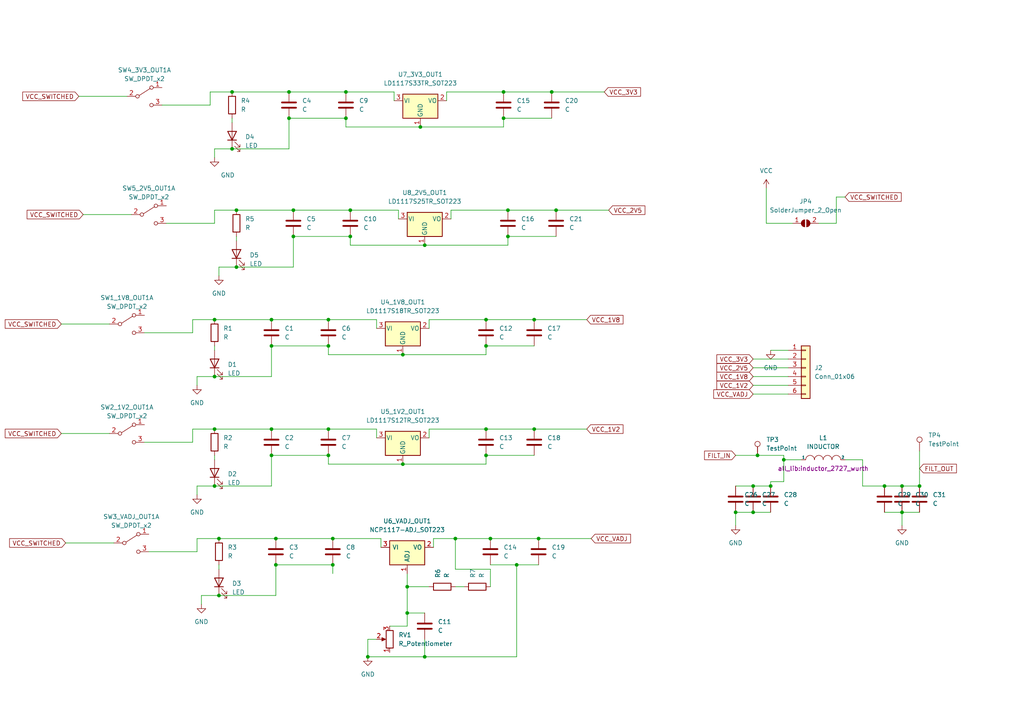
<source format=kicad_sch>
(kicad_sch (version 20211123) (generator eeschema)

  (uuid 7f84a641-0c23-4401-b829-5de7a455b873)

  (paper "A4")

  (lib_symbols
    (symbol "Connector:TestPoint" (pin_numbers hide) (pin_names (offset 0.762) hide) (in_bom yes) (on_board yes)
      (property "Reference" "TP" (id 0) (at 0 6.858 0)
        (effects (font (size 1.27 1.27)))
      )
      (property "Value" "TestPoint" (id 1) (at 0 5.08 0)
        (effects (font (size 1.27 1.27)))
      )
      (property "Footprint" "" (id 2) (at 5.08 0 0)
        (effects (font (size 1.27 1.27)) hide)
      )
      (property "Datasheet" "~" (id 3) (at 5.08 0 0)
        (effects (font (size 1.27 1.27)) hide)
      )
      (property "ki_keywords" "test point tp" (id 4) (at 0 0 0)
        (effects (font (size 1.27 1.27)) hide)
      )
      (property "ki_description" "test point" (id 5) (at 0 0 0)
        (effects (font (size 1.27 1.27)) hide)
      )
      (property "ki_fp_filters" "Pin* Test*" (id 6) (at 0 0 0)
        (effects (font (size 1.27 1.27)) hide)
      )
      (symbol "TestPoint_0_1"
        (circle (center 0 3.302) (radius 0.762)
          (stroke (width 0) (type default) (color 0 0 0 0))
          (fill (type none))
        )
      )
      (symbol "TestPoint_1_1"
        (pin passive line (at 0 0 90) (length 2.54)
          (name "1" (effects (font (size 1.27 1.27))))
          (number "1" (effects (font (size 1.27 1.27))))
        )
      )
    )
    (symbol "Connector_Generic:Conn_01x06" (pin_names (offset 1.016) hide) (in_bom yes) (on_board yes)
      (property "Reference" "J" (id 0) (at 0 7.62 0)
        (effects (font (size 1.27 1.27)))
      )
      (property "Value" "Conn_01x06" (id 1) (at 0 -10.16 0)
        (effects (font (size 1.27 1.27)))
      )
      (property "Footprint" "" (id 2) (at 0 0 0)
        (effects (font (size 1.27 1.27)) hide)
      )
      (property "Datasheet" "~" (id 3) (at 0 0 0)
        (effects (font (size 1.27 1.27)) hide)
      )
      (property "ki_keywords" "connector" (id 4) (at 0 0 0)
        (effects (font (size 1.27 1.27)) hide)
      )
      (property "ki_description" "Generic connector, single row, 01x06, script generated (kicad-library-utils/schlib/autogen/connector/)" (id 5) (at 0 0 0)
        (effects (font (size 1.27 1.27)) hide)
      )
      (property "ki_fp_filters" "Connector*:*_1x??_*" (id 6) (at 0 0 0)
        (effects (font (size 1.27 1.27)) hide)
      )
      (symbol "Conn_01x06_1_1"
        (rectangle (start -1.27 -7.493) (end 0 -7.747)
          (stroke (width 0.1524) (type default) (color 0 0 0 0))
          (fill (type none))
        )
        (rectangle (start -1.27 -4.953) (end 0 -5.207)
          (stroke (width 0.1524) (type default) (color 0 0 0 0))
          (fill (type none))
        )
        (rectangle (start -1.27 -2.413) (end 0 -2.667)
          (stroke (width 0.1524) (type default) (color 0 0 0 0))
          (fill (type none))
        )
        (rectangle (start -1.27 0.127) (end 0 -0.127)
          (stroke (width 0.1524) (type default) (color 0 0 0 0))
          (fill (type none))
        )
        (rectangle (start -1.27 2.667) (end 0 2.413)
          (stroke (width 0.1524) (type default) (color 0 0 0 0))
          (fill (type none))
        )
        (rectangle (start -1.27 5.207) (end 0 4.953)
          (stroke (width 0.1524) (type default) (color 0 0 0 0))
          (fill (type none))
        )
        (rectangle (start -1.27 6.35) (end 1.27 -8.89)
          (stroke (width 0.254) (type default) (color 0 0 0 0))
          (fill (type background))
        )
        (pin passive line (at -5.08 5.08 0) (length 3.81)
          (name "Pin_1" (effects (font (size 1.27 1.27))))
          (number "1" (effects (font (size 1.27 1.27))))
        )
        (pin passive line (at -5.08 2.54 0) (length 3.81)
          (name "Pin_2" (effects (font (size 1.27 1.27))))
          (number "2" (effects (font (size 1.27 1.27))))
        )
        (pin passive line (at -5.08 0 0) (length 3.81)
          (name "Pin_3" (effects (font (size 1.27 1.27))))
          (number "3" (effects (font (size 1.27 1.27))))
        )
        (pin passive line (at -5.08 -2.54 0) (length 3.81)
          (name "Pin_4" (effects (font (size 1.27 1.27))))
          (number "4" (effects (font (size 1.27 1.27))))
        )
        (pin passive line (at -5.08 -5.08 0) (length 3.81)
          (name "Pin_5" (effects (font (size 1.27 1.27))))
          (number "5" (effects (font (size 1.27 1.27))))
        )
        (pin passive line (at -5.08 -7.62 0) (length 3.81)
          (name "Pin_6" (effects (font (size 1.27 1.27))))
          (number "6" (effects (font (size 1.27 1.27))))
        )
      )
    )
    (symbol "Device:C" (pin_numbers hide) (pin_names (offset 0.254)) (in_bom yes) (on_board yes)
      (property "Reference" "C" (id 0) (at 0.635 2.54 0)
        (effects (font (size 1.27 1.27)) (justify left))
      )
      (property "Value" "C" (id 1) (at 0.635 -2.54 0)
        (effects (font (size 1.27 1.27)) (justify left))
      )
      (property "Footprint" "" (id 2) (at 0.9652 -3.81 0)
        (effects (font (size 1.27 1.27)) hide)
      )
      (property "Datasheet" "~" (id 3) (at 0 0 0)
        (effects (font (size 1.27 1.27)) hide)
      )
      (property "ki_keywords" "cap capacitor" (id 4) (at 0 0 0)
        (effects (font (size 1.27 1.27)) hide)
      )
      (property "ki_description" "Unpolarized capacitor" (id 5) (at 0 0 0)
        (effects (font (size 1.27 1.27)) hide)
      )
      (property "ki_fp_filters" "C_*" (id 6) (at 0 0 0)
        (effects (font (size 1.27 1.27)) hide)
      )
      (symbol "C_0_1"
        (polyline
          (pts
            (xy -2.032 -0.762)
            (xy 2.032 -0.762)
          )
          (stroke (width 0.508) (type default) (color 0 0 0 0))
          (fill (type none))
        )
        (polyline
          (pts
            (xy -2.032 0.762)
            (xy 2.032 0.762)
          )
          (stroke (width 0.508) (type default) (color 0 0 0 0))
          (fill (type none))
        )
      )
      (symbol "C_1_1"
        (pin passive line (at 0 3.81 270) (length 2.794)
          (name "~" (effects (font (size 1.27 1.27))))
          (number "1" (effects (font (size 1.27 1.27))))
        )
        (pin passive line (at 0 -3.81 90) (length 2.794)
          (name "~" (effects (font (size 1.27 1.27))))
          (number "2" (effects (font (size 1.27 1.27))))
        )
      )
    )
    (symbol "Device:LED" (pin_numbers hide) (pin_names (offset 1.016) hide) (in_bom yes) (on_board yes)
      (property "Reference" "D" (id 0) (at 0 2.54 0)
        (effects (font (size 1.27 1.27)))
      )
      (property "Value" "LED" (id 1) (at 0 -2.54 0)
        (effects (font (size 1.27 1.27)))
      )
      (property "Footprint" "" (id 2) (at 0 0 0)
        (effects (font (size 1.27 1.27)) hide)
      )
      (property "Datasheet" "~" (id 3) (at 0 0 0)
        (effects (font (size 1.27 1.27)) hide)
      )
      (property "ki_keywords" "LED diode" (id 4) (at 0 0 0)
        (effects (font (size 1.27 1.27)) hide)
      )
      (property "ki_description" "Light emitting diode" (id 5) (at 0 0 0)
        (effects (font (size 1.27 1.27)) hide)
      )
      (property "ki_fp_filters" "LED* LED_SMD:* LED_THT:*" (id 6) (at 0 0 0)
        (effects (font (size 1.27 1.27)) hide)
      )
      (symbol "LED_0_1"
        (polyline
          (pts
            (xy -1.27 -1.27)
            (xy -1.27 1.27)
          )
          (stroke (width 0.254) (type default) (color 0 0 0 0))
          (fill (type none))
        )
        (polyline
          (pts
            (xy -1.27 0)
            (xy 1.27 0)
          )
          (stroke (width 0) (type default) (color 0 0 0 0))
          (fill (type none))
        )
        (polyline
          (pts
            (xy 1.27 -1.27)
            (xy 1.27 1.27)
            (xy -1.27 0)
            (xy 1.27 -1.27)
          )
          (stroke (width 0.254) (type default) (color 0 0 0 0))
          (fill (type none))
        )
        (polyline
          (pts
            (xy -3.048 -0.762)
            (xy -4.572 -2.286)
            (xy -3.81 -2.286)
            (xy -4.572 -2.286)
            (xy -4.572 -1.524)
          )
          (stroke (width 0) (type default) (color 0 0 0 0))
          (fill (type none))
        )
        (polyline
          (pts
            (xy -1.778 -0.762)
            (xy -3.302 -2.286)
            (xy -2.54 -2.286)
            (xy -3.302 -2.286)
            (xy -3.302 -1.524)
          )
          (stroke (width 0) (type default) (color 0 0 0 0))
          (fill (type none))
        )
      )
      (symbol "LED_1_1"
        (pin passive line (at -3.81 0 0) (length 2.54)
          (name "K" (effects (font (size 1.27 1.27))))
          (number "1" (effects (font (size 1.27 1.27))))
        )
        (pin passive line (at 3.81 0 180) (length 2.54)
          (name "A" (effects (font (size 1.27 1.27))))
          (number "2" (effects (font (size 1.27 1.27))))
        )
      )
    )
    (symbol "Device:R" (pin_numbers hide) (pin_names (offset 0)) (in_bom yes) (on_board yes)
      (property "Reference" "R" (id 0) (at 2.032 0 90)
        (effects (font (size 1.27 1.27)))
      )
      (property "Value" "R" (id 1) (at 0 0 90)
        (effects (font (size 1.27 1.27)))
      )
      (property "Footprint" "" (id 2) (at -1.778 0 90)
        (effects (font (size 1.27 1.27)) hide)
      )
      (property "Datasheet" "~" (id 3) (at 0 0 0)
        (effects (font (size 1.27 1.27)) hide)
      )
      (property "ki_keywords" "R res resistor" (id 4) (at 0 0 0)
        (effects (font (size 1.27 1.27)) hide)
      )
      (property "ki_description" "Resistor" (id 5) (at 0 0 0)
        (effects (font (size 1.27 1.27)) hide)
      )
      (property "ki_fp_filters" "R_*" (id 6) (at 0 0 0)
        (effects (font (size 1.27 1.27)) hide)
      )
      (symbol "R_0_1"
        (rectangle (start -1.016 -2.54) (end 1.016 2.54)
          (stroke (width 0.254) (type default) (color 0 0 0 0))
          (fill (type none))
        )
      )
      (symbol "R_1_1"
        (pin passive line (at 0 3.81 270) (length 1.27)
          (name "~" (effects (font (size 1.27 1.27))))
          (number "1" (effects (font (size 1.27 1.27))))
        )
        (pin passive line (at 0 -3.81 90) (length 1.27)
          (name "~" (effects (font (size 1.27 1.27))))
          (number "2" (effects (font (size 1.27 1.27))))
        )
      )
    )
    (symbol "Device:R_Potentiometer" (pin_names (offset 1.016) hide) (in_bom yes) (on_board yes)
      (property "Reference" "RV" (id 0) (at -4.445 0 90)
        (effects (font (size 1.27 1.27)))
      )
      (property "Value" "R_Potentiometer" (id 1) (at -2.54 0 90)
        (effects (font (size 1.27 1.27)))
      )
      (property "Footprint" "" (id 2) (at 0 0 0)
        (effects (font (size 1.27 1.27)) hide)
      )
      (property "Datasheet" "~" (id 3) (at 0 0 0)
        (effects (font (size 1.27 1.27)) hide)
      )
      (property "ki_keywords" "resistor variable" (id 4) (at 0 0 0)
        (effects (font (size 1.27 1.27)) hide)
      )
      (property "ki_description" "Potentiometer" (id 5) (at 0 0 0)
        (effects (font (size 1.27 1.27)) hide)
      )
      (property "ki_fp_filters" "Potentiometer*" (id 6) (at 0 0 0)
        (effects (font (size 1.27 1.27)) hide)
      )
      (symbol "R_Potentiometer_0_1"
        (polyline
          (pts
            (xy 2.54 0)
            (xy 1.524 0)
          )
          (stroke (width 0) (type default) (color 0 0 0 0))
          (fill (type none))
        )
        (polyline
          (pts
            (xy 1.143 0)
            (xy 2.286 0.508)
            (xy 2.286 -0.508)
            (xy 1.143 0)
          )
          (stroke (width 0) (type default) (color 0 0 0 0))
          (fill (type outline))
        )
        (rectangle (start 1.016 2.54) (end -1.016 -2.54)
          (stroke (width 0.254) (type default) (color 0 0 0 0))
          (fill (type none))
        )
      )
      (symbol "R_Potentiometer_1_1"
        (pin passive line (at 0 3.81 270) (length 1.27)
          (name "1" (effects (font (size 1.27 1.27))))
          (number "1" (effects (font (size 1.27 1.27))))
        )
        (pin passive line (at 3.81 0 180) (length 1.27)
          (name "2" (effects (font (size 1.27 1.27))))
          (number "2" (effects (font (size 1.27 1.27))))
        )
        (pin passive line (at 0 -3.81 90) (length 1.27)
          (name "3" (effects (font (size 1.27 1.27))))
          (number "3" (effects (font (size 1.27 1.27))))
        )
      )
    )
    (symbol "Jumper:SolderJumper_2_Open" (pin_names (offset 0) hide) (in_bom yes) (on_board yes)
      (property "Reference" "JP" (id 0) (at 0 2.032 0)
        (effects (font (size 1.27 1.27)))
      )
      (property "Value" "SolderJumper_2_Open" (id 1) (at 0 -2.54 0)
        (effects (font (size 1.27 1.27)))
      )
      (property "Footprint" "" (id 2) (at 0 0 0)
        (effects (font (size 1.27 1.27)) hide)
      )
      (property "Datasheet" "~" (id 3) (at 0 0 0)
        (effects (font (size 1.27 1.27)) hide)
      )
      (property "ki_keywords" "solder jumper SPST" (id 4) (at 0 0 0)
        (effects (font (size 1.27 1.27)) hide)
      )
      (property "ki_description" "Solder Jumper, 2-pole, open" (id 5) (at 0 0 0)
        (effects (font (size 1.27 1.27)) hide)
      )
      (property "ki_fp_filters" "SolderJumper*Open*" (id 6) (at 0 0 0)
        (effects (font (size 1.27 1.27)) hide)
      )
      (symbol "SolderJumper_2_Open_0_1"
        (arc (start -0.254 1.016) (mid -1.27 0) (end -0.254 -1.016)
          (stroke (width 0) (type default) (color 0 0 0 0))
          (fill (type none))
        )
        (arc (start -0.254 1.016) (mid -1.27 0) (end -0.254 -1.016)
          (stroke (width 0) (type default) (color 0 0 0 0))
          (fill (type outline))
        )
        (polyline
          (pts
            (xy -0.254 1.016)
            (xy -0.254 -1.016)
          )
          (stroke (width 0) (type default) (color 0 0 0 0))
          (fill (type none))
        )
        (polyline
          (pts
            (xy 0.254 1.016)
            (xy 0.254 -1.016)
          )
          (stroke (width 0) (type default) (color 0 0 0 0))
          (fill (type none))
        )
        (arc (start 0.254 -1.016) (mid 1.27 0) (end 0.254 1.016)
          (stroke (width 0) (type default) (color 0 0 0 0))
          (fill (type none))
        )
        (arc (start 0.254 -1.016) (mid 1.27 0) (end 0.254 1.016)
          (stroke (width 0) (type default) (color 0 0 0 0))
          (fill (type outline))
        )
      )
      (symbol "SolderJumper_2_Open_1_1"
        (pin passive line (at -3.81 0 0) (length 2.54)
          (name "A" (effects (font (size 1.27 1.27))))
          (number "1" (effects (font (size 1.27 1.27))))
        )
        (pin passive line (at 3.81 0 180) (length 2.54)
          (name "B" (effects (font (size 1.27 1.27))))
          (number "2" (effects (font (size 1.27 1.27))))
        )
      )
    )
    (symbol "Regulator_Linear:LD1117S33TR_SOT223" (pin_names (offset 0.254)) (in_bom yes) (on_board yes)
      (property "Reference" "U" (id 0) (at -3.81 3.175 0)
        (effects (font (size 1.27 1.27)))
      )
      (property "Value" "LD1117S33TR_SOT223" (id 1) (at 0 3.175 0)
        (effects (font (size 1.27 1.27)) (justify left))
      )
      (property "Footprint" "Package_TO_SOT_SMD:SOT-223-3_TabPin2" (id 2) (at 0 5.08 0)
        (effects (font (size 1.27 1.27)) hide)
      )
      (property "Datasheet" "http://www.st.com/st-web-ui/static/active/en/resource/technical/document/datasheet/CD00000544.pdf" (id 3) (at 2.54 -6.35 0)
        (effects (font (size 1.27 1.27)) hide)
      )
      (property "ki_keywords" "REGULATOR LDO 3.3V" (id 4) (at 0 0 0)
        (effects (font (size 1.27 1.27)) hide)
      )
      (property "ki_description" "800mA Fixed Low Drop Positive Voltage Regulator, Fixed Output 3.3V, SOT-223" (id 5) (at 0 0 0)
        (effects (font (size 1.27 1.27)) hide)
      )
      (property "ki_fp_filters" "SOT?223*TabPin2*" (id 6) (at 0 0 0)
        (effects (font (size 1.27 1.27)) hide)
      )
      (symbol "LD1117S33TR_SOT223_0_1"
        (rectangle (start -5.08 -5.08) (end 5.08 1.905)
          (stroke (width 0.254) (type default) (color 0 0 0 0))
          (fill (type background))
        )
      )
      (symbol "LD1117S33TR_SOT223_1_1"
        (pin power_in line (at 0 -7.62 90) (length 2.54)
          (name "GND" (effects (font (size 1.27 1.27))))
          (number "1" (effects (font (size 1.27 1.27))))
        )
        (pin power_out line (at 7.62 0 180) (length 2.54)
          (name "VO" (effects (font (size 1.27 1.27))))
          (number "2" (effects (font (size 1.27 1.27))))
        )
        (pin power_in line (at -7.62 0 0) (length 2.54)
          (name "VI" (effects (font (size 1.27 1.27))))
          (number "3" (effects (font (size 1.27 1.27))))
        )
      )
    )
    (symbol "Regulator_Linear:NCP1117-ADJ_SOT223" (pin_names (offset 0.762)) (in_bom yes) (on_board yes)
      (property "Reference" "U" (id 0) (at -3.81 3.175 0)
        (effects (font (size 1.27 1.27)))
      )
      (property "Value" "NCP1117-ADJ_SOT223" (id 1) (at 0 3.175 0)
        (effects (font (size 1.27 1.27)) (justify left))
      )
      (property "Footprint" "Package_TO_SOT_SMD:SOT-223-3_TabPin2" (id 2) (at 0 5.08 0)
        (effects (font (size 1.27 1.27)) hide)
      )
      (property "Datasheet" "http://www.onsemi.com/pub_link/Collateral/NCP1117-D.PDF" (id 3) (at 2.54 -6.35 0)
        (effects (font (size 1.27 1.27)) hide)
      )
      (property "ki_keywords" "REGULATOR LDO 12V" (id 4) (at 0 0 0)
        (effects (font (size 1.27 1.27)) hide)
      )
      (property "ki_description" "1A Low drop-out regulator, Adjustable Output 1.25 - 18.8V, SOT-223" (id 5) (at 0 0 0)
        (effects (font (size 1.27 1.27)) hide)
      )
      (property "ki_fp_filters" "SOT?223*TabPin2*" (id 6) (at 0 0 0)
        (effects (font (size 1.27 1.27)) hide)
      )
      (symbol "NCP1117-ADJ_SOT223_0_1"
        (rectangle (start -5.08 -5.08) (end 5.08 1.905)
          (stroke (width 0.254) (type default) (color 0 0 0 0))
          (fill (type background))
        )
      )
      (symbol "NCP1117-ADJ_SOT223_1_1"
        (pin input line (at 0 -7.62 90) (length 2.54)
          (name "ADJ" (effects (font (size 1.27 1.27))))
          (number "1" (effects (font (size 1.27 1.27))))
        )
        (pin power_out line (at 7.62 0 180) (length 2.54)
          (name "VO" (effects (font (size 1.27 1.27))))
          (number "2" (effects (font (size 1.27 1.27))))
        )
        (pin power_in line (at -7.62 0 0) (length 2.54)
          (name "VI" (effects (font (size 1.27 1.27))))
          (number "3" (effects (font (size 1.27 1.27))))
        )
      )
    )
    (symbol "Switch:SW_DPDT_x2" (pin_names (offset 0) hide) (in_bom yes) (on_board yes)
      (property "Reference" "SW" (id 0) (at 0 4.318 0)
        (effects (font (size 1.27 1.27)))
      )
      (property "Value" "SW_DPDT_x2" (id 1) (at 0 -5.08 0)
        (effects (font (size 1.27 1.27)))
      )
      (property "Footprint" "" (id 2) (at 0 0 0)
        (effects (font (size 1.27 1.27)) hide)
      )
      (property "Datasheet" "~" (id 3) (at 0 0 0)
        (effects (font (size 1.27 1.27)) hide)
      )
      (property "ki_keywords" "switch dual-pole double-throw DPDT spdt ON-ON" (id 4) (at 0 0 0)
        (effects (font (size 1.27 1.27)) hide)
      )
      (property "ki_description" "Switch, dual pole double throw, separate symbols" (id 5) (at 0 0 0)
        (effects (font (size 1.27 1.27)) hide)
      )
      (property "ki_fp_filters" "SW*DPDT*" (id 6) (at 0 0 0)
        (effects (font (size 1.27 1.27)) hide)
      )
      (symbol "SW_DPDT_x2_0_0"
        (circle (center -2.032 0) (radius 0.508)
          (stroke (width 0) (type default) (color 0 0 0 0))
          (fill (type none))
        )
        (circle (center 2.032 -2.54) (radius 0.508)
          (stroke (width 0) (type default) (color 0 0 0 0))
          (fill (type none))
        )
      )
      (symbol "SW_DPDT_x2_0_1"
        (polyline
          (pts
            (xy -1.524 0.254)
            (xy 1.651 2.286)
          )
          (stroke (width 0) (type default) (color 0 0 0 0))
          (fill (type none))
        )
        (circle (center 2.032 2.54) (radius 0.508)
          (stroke (width 0) (type default) (color 0 0 0 0))
          (fill (type none))
        )
      )
      (symbol "SW_DPDT_x2_1_1"
        (pin passive line (at 5.08 2.54 180) (length 2.54)
          (name "A" (effects (font (size 1.27 1.27))))
          (number "1" (effects (font (size 1.27 1.27))))
        )
        (pin passive line (at -5.08 0 0) (length 2.54)
          (name "B" (effects (font (size 1.27 1.27))))
          (number "2" (effects (font (size 1.27 1.27))))
        )
        (pin passive line (at 5.08 -2.54 180) (length 2.54)
          (name "C" (effects (font (size 1.27 1.27))))
          (number "3" (effects (font (size 1.27 1.27))))
        )
      )
      (symbol "SW_DPDT_x2_2_1"
        (pin passive line (at 5.08 2.54 180) (length 2.54)
          (name "A" (effects (font (size 1.27 1.27))))
          (number "4" (effects (font (size 1.27 1.27))))
        )
        (pin passive line (at -5.08 0 0) (length 2.54)
          (name "B" (effects (font (size 1.27 1.27))))
          (number "5" (effects (font (size 1.27 1.27))))
        )
        (pin passive line (at 5.08 -2.54 180) (length 2.54)
          (name "C" (effects (font (size 1.27 1.27))))
          (number "6" (effects (font (size 1.27 1.27))))
        )
      )
    )
    (symbol "power:GND" (power) (pin_names (offset 0)) (in_bom yes) (on_board yes)
      (property "Reference" "#PWR" (id 0) (at 0 -6.35 0)
        (effects (font (size 1.27 1.27)) hide)
      )
      (property "Value" "GND" (id 1) (at 0 -3.81 0)
        (effects (font (size 1.27 1.27)))
      )
      (property "Footprint" "" (id 2) (at 0 0 0)
        (effects (font (size 1.27 1.27)) hide)
      )
      (property "Datasheet" "" (id 3) (at 0 0 0)
        (effects (font (size 1.27 1.27)) hide)
      )
      (property "ki_keywords" "power-flag" (id 4) (at 0 0 0)
        (effects (font (size 1.27 1.27)) hide)
      )
      (property "ki_description" "Power symbol creates a global label with name \"GND\" , ground" (id 5) (at 0 0 0)
        (effects (font (size 1.27 1.27)) hide)
      )
      (symbol "GND_0_1"
        (polyline
          (pts
            (xy 0 0)
            (xy 0 -1.27)
            (xy 1.27 -1.27)
            (xy 0 -2.54)
            (xy -1.27 -1.27)
            (xy 0 -1.27)
          )
          (stroke (width 0) (type default) (color 0 0 0 0))
          (fill (type none))
        )
      )
      (symbol "GND_1_1"
        (pin power_in line (at 0 0 270) (length 0) hide
          (name "GND" (effects (font (size 1.27 1.27))))
          (number "1" (effects (font (size 1.27 1.27))))
        )
      )
    )
    (symbol "power:VCC" (power) (pin_names (offset 0)) (in_bom yes) (on_board yes)
      (property "Reference" "#PWR" (id 0) (at 0 -3.81 0)
        (effects (font (size 1.27 1.27)) hide)
      )
      (property "Value" "VCC" (id 1) (at 0 3.81 0)
        (effects (font (size 1.27 1.27)))
      )
      (property "Footprint" "" (id 2) (at 0 0 0)
        (effects (font (size 1.27 1.27)) hide)
      )
      (property "Datasheet" "" (id 3) (at 0 0 0)
        (effects (font (size 1.27 1.27)) hide)
      )
      (property "ki_keywords" "power-flag" (id 4) (at 0 0 0)
        (effects (font (size 1.27 1.27)) hide)
      )
      (property "ki_description" "Power symbol creates a global label with name \"VCC\"" (id 5) (at 0 0 0)
        (effects (font (size 1.27 1.27)) hide)
      )
      (symbol "VCC_0_1"
        (polyline
          (pts
            (xy -0.762 1.27)
            (xy 0 2.54)
          )
          (stroke (width 0) (type default) (color 0 0 0 0))
          (fill (type none))
        )
        (polyline
          (pts
            (xy 0 0)
            (xy 0 2.54)
          )
          (stroke (width 0) (type default) (color 0 0 0 0))
          (fill (type none))
        )
        (polyline
          (pts
            (xy 0 2.54)
            (xy 0.762 1.27)
          )
          (stroke (width 0) (type default) (color 0 0 0 0))
          (fill (type none))
        )
      )
      (symbol "VCC_1_1"
        (pin power_in line (at 0 0 90) (length 0) hide
          (name "VCC" (effects (font (size 1.27 1.27))))
          (number "1" (effects (font (size 1.27 1.27))))
        )
      )
    )
    (symbol "pspice:INDUCTOR" (pin_numbers hide) (pin_names (offset 0)) (in_bom yes) (on_board yes)
      (property "Reference" "L" (id 0) (at 0 2.54 0)
        (effects (font (size 1.27 1.27)))
      )
      (property "Value" "INDUCTOR" (id 1) (at 0 -1.27 0)
        (effects (font (size 1.27 1.27)))
      )
      (property "Footprint" "" (id 2) (at 0 0 0)
        (effects (font (size 1.27 1.27)) hide)
      )
      (property "Datasheet" "~" (id 3) (at 0 0 0)
        (effects (font (size 1.27 1.27)) hide)
      )
      (property "ki_keywords" "simulation" (id 4) (at 0 0 0)
        (effects (font (size 1.27 1.27)) hide)
      )
      (property "ki_description" "Inductor symbol for simulation only" (id 5) (at 0 0 0)
        (effects (font (size 1.27 1.27)) hide)
      )
      (symbol "INDUCTOR_0_1"
        (arc (start -2.54 0) (mid -3.81 1.27) (end -5.08 0)
          (stroke (width 0) (type default) (color 0 0 0 0))
          (fill (type none))
        )
        (arc (start 0 0) (mid -1.27 1.27) (end -2.54 0)
          (stroke (width 0) (type default) (color 0 0 0 0))
          (fill (type none))
        )
        (arc (start 2.54 0) (mid 1.27 1.27) (end 0 0)
          (stroke (width 0) (type default) (color 0 0 0 0))
          (fill (type none))
        )
        (arc (start 5.08 0) (mid 3.81 1.27) (end 2.54 0)
          (stroke (width 0) (type default) (color 0 0 0 0))
          (fill (type none))
        )
      )
      (symbol "INDUCTOR_1_1"
        (pin input line (at -6.35 0 0) (length 1.27)
          (name "1" (effects (font (size 0.762 0.762))))
          (number "1" (effects (font (size 0.762 0.762))))
        )
        (pin input line (at 6.35 0 180) (length 1.27)
          (name "2" (effects (font (size 0.762 0.762))))
          (number "2" (effects (font (size 0.762 0.762))))
        )
      )
    )
  )

  (junction (at 146.05 26.67) (diameter 0) (color 0 0 0 0)
    (uuid 07041281-e102-4bdb-b8f2-c029b08a34c8)
  )
  (junction (at 219.71 132.08) (diameter 0) (color 0 0 0 0)
    (uuid 096ef54a-4ad3-4500-aad8-cc0b95bf7a26)
  )
  (junction (at 116.84 102.87) (diameter 0) (color 0 0 0 0)
    (uuid 0b1db9bd-e36f-44e3-bc51-6c43b08aa91e)
  )
  (junction (at 83.82 26.67) (diameter 0) (color 0 0 0 0)
    (uuid 0cd9a9f2-67af-44c3-9437-c5d2f7cfe151)
  )
  (junction (at 218.44 148.59) (diameter 0) (color 0 0 0 0)
    (uuid 112ef771-7688-4e4c-9fc2-6f921282e439)
  )
  (junction (at 62.23 124.46) (diameter 0) (color 0 0 0 0)
    (uuid 13f2a3c8-a744-4a87-8e58-208a5c7ab30d)
  )
  (junction (at 80.01 163.83) (diameter 0) (color 0 0 0 0)
    (uuid 14e5cbf0-488f-4d75-ad85-fc51f05d2012)
  )
  (junction (at 78.74 132.08) (diameter 0) (color 0 0 0 0)
    (uuid 163e8b2c-bba0-4c56-8acd-295b68c4ae29)
  )
  (junction (at 154.94 124.46) (diameter 0) (color 0 0 0 0)
    (uuid 1c6d1486-a5ca-4adc-a2f3-669c561ac00c)
  )
  (junction (at 100.33 34.29) (diameter 0) (color 0 0 0 0)
    (uuid 1e23f15d-5f2f-4f8e-ae5d-36024b668974)
  )
  (junction (at 142.24 156.21) (diameter 0) (color 0 0 0 0)
    (uuid 1eb6823d-250b-4f67-ba93-2d3be41eedee)
  )
  (junction (at 132.08 156.21) (diameter 0) (color 0 0 0 0)
    (uuid 28402948-905a-4076-82e7-630c09a8cee1)
  )
  (junction (at 68.58 77.47) (diameter 0) (color 0 0 0 0)
    (uuid 2ee7b45a-e65a-4994-96a5-35ea087390b2)
  )
  (junction (at 140.97 132.08) (diameter 0) (color 0 0 0 0)
    (uuid 34673654-b0f8-4479-a8fc-7e59fdc34b5b)
  )
  (junction (at 256.54 140.97) (diameter 0) (color 0 0 0 0)
    (uuid 4709203b-73ef-48e4-b347-5c036c0f2cca)
  )
  (junction (at 83.82 34.29) (diameter 0) (color 0 0 0 0)
    (uuid 4ab9586c-f226-46d9-9755-8b06c569274c)
  )
  (junction (at 227.33 133.35) (diameter 0) (color 0 0 0 0)
    (uuid 4d00c20f-3d01-4973-9652-538b80999846)
  )
  (junction (at 96.52 156.21) (diameter 0) (color 0 0 0 0)
    (uuid 4f26cf6c-d581-4c02-bf19-6938718f9a65)
  )
  (junction (at 140.97 124.46) (diameter 0) (color 0 0 0 0)
    (uuid 500a0e25-cce3-4b2b-97b5-0038c9624de7)
  )
  (junction (at 266.7 140.97) (diameter 0) (color 0 0 0 0)
    (uuid 52158ce1-1943-4f94-a2ba-9b03265d8901)
  )
  (junction (at 67.31 26.67) (diameter 0) (color 0 0 0 0)
    (uuid 562386fd-cc34-49e9-a2ba-fce2c1f2be63)
  )
  (junction (at 161.29 60.96) (diameter 0) (color 0 0 0 0)
    (uuid 5f08571c-9ae8-4330-bdb7-b93776b75a13)
  )
  (junction (at 147.32 68.58) (diameter 0) (color 0 0 0 0)
    (uuid 6595b5a1-8fc3-4d5b-9d66-9b9a6ae3d05d)
  )
  (junction (at 140.97 92.71) (diameter 0) (color 0 0 0 0)
    (uuid 689b1778-7517-4294-8e88-403c464ea439)
  )
  (junction (at 68.58 60.96) (diameter 0) (color 0 0 0 0)
    (uuid 6dd393cf-a691-4b78-870b-326b594d1c62)
  )
  (junction (at 80.01 156.21) (diameter 0) (color 0 0 0 0)
    (uuid 6f9fe95f-0e83-480a-96ef-7a1ccb7d27b8)
  )
  (junction (at 261.62 140.97) (diameter 0) (color 0 0 0 0)
    (uuid 750dcd79-390b-421d-95a3-654572a558c3)
  )
  (junction (at 147.32 60.96) (diameter 0) (color 0 0 0 0)
    (uuid 794e6af1-dbfa-4703-93f5-ea1afa9f4483)
  )
  (junction (at 85.09 68.58) (diameter 0) (color 0 0 0 0)
    (uuid 7a2cc5ba-eb12-49b1-adc4-a48b93e5485e)
  )
  (junction (at 96.52 163.83) (diameter 0) (color 0 0 0 0)
    (uuid 7d5cf237-0da3-4200-8dbe-372027c327e8)
  )
  (junction (at 63.5 172.72) (diameter 0) (color 0 0 0 0)
    (uuid 7fc4f760-dd0f-480e-8426-4aec8b13776e)
  )
  (junction (at 101.6 68.58) (diameter 0) (color 0 0 0 0)
    (uuid 83ba07d6-498f-4031-8e29-6fd7c8c6ea2b)
  )
  (junction (at 160.02 26.67) (diameter 0) (color 0 0 0 0)
    (uuid 85028d10-0e85-4c65-aed4-5930d491a636)
  )
  (junction (at 149.86 163.83) (diameter 0) (color 0 0 0 0)
    (uuid 865e37cc-c9d4-48a9-98af-4e3ab33c9ad3)
  )
  (junction (at 100.33 26.67) (diameter 0) (color 0 0 0 0)
    (uuid 87ca2bf8-6382-4cc1-8d03-b6df70bd67a9)
  )
  (junction (at 62.23 109.22) (diameter 0) (color 0 0 0 0)
    (uuid 8bb5b4c5-945a-4e3f-b3b9-4ac145c7a2cc)
  )
  (junction (at 106.68 190.5) (diameter 0) (color 0 0 0 0)
    (uuid 8ec6ce45-9a7f-423b-b894-a4838718dd73)
  )
  (junction (at 62.23 92.71) (diameter 0) (color 0 0 0 0)
    (uuid 9a39223e-8d3f-4641-a7cf-8521e51afa0d)
  )
  (junction (at 140.97 100.33) (diameter 0) (color 0 0 0 0)
    (uuid 9f6595ef-9b00-44be-a3a6-62c5476ad824)
  )
  (junction (at 95.25 100.33) (diameter 0) (color 0 0 0 0)
    (uuid a28c4efc-2869-4fbe-928d-adf03b062cb6)
  )
  (junction (at 213.36 148.59) (diameter 0) (color 0 0 0 0)
    (uuid a8e20b5c-c8e7-43cd-b186-9eaeb3ca8eaf)
  )
  (junction (at 154.94 92.71) (diameter 0) (color 0 0 0 0)
    (uuid ab492974-44a7-42a6-8de2-09fab109ebb8)
  )
  (junction (at 95.25 124.46) (diameter 0) (color 0 0 0 0)
    (uuid b2946f54-f8a5-4582-a693-326a779b6b60)
  )
  (junction (at 101.6 60.96) (diameter 0) (color 0 0 0 0)
    (uuid b89b8cdf-36f9-4384-8fd6-8f02fcd7ef57)
  )
  (junction (at 85.09 60.96) (diameter 0) (color 0 0 0 0)
    (uuid b9033d54-a0ed-4e05-9744-76df552c203f)
  )
  (junction (at 62.23 140.97) (diameter 0) (color 0 0 0 0)
    (uuid bdf9526e-da56-4df4-ad0f-eead2150a264)
  )
  (junction (at 123.19 190.5) (diameter 0) (color 0 0 0 0)
    (uuid c073eb46-4230-4607-b708-7310423581c3)
  )
  (junction (at 63.5 156.21) (diameter 0) (color 0 0 0 0)
    (uuid c3222947-9b3b-4534-a542-9a56a23d1c72)
  )
  (junction (at 78.74 124.46) (diameter 0) (color 0 0 0 0)
    (uuid c8a0491e-924a-4495-b98d-0dc61fa62fc2)
  )
  (junction (at 146.05 34.29) (diameter 0) (color 0 0 0 0)
    (uuid c8e96d2b-6fa8-4e23-9ac1-97cefaea0856)
  )
  (junction (at 223.52 140.97) (diameter 0) (color 0 0 0 0)
    (uuid d3964230-576c-497c-bf1e-e8fe78d45632)
  )
  (junction (at 67.31 43.18) (diameter 0) (color 0 0 0 0)
    (uuid d43b56e2-67a2-4e85-b482-6620dff741c8)
  )
  (junction (at 156.21 156.21) (diameter 0) (color 0 0 0 0)
    (uuid d6657458-999e-4772-a745-4c4d613af9f5)
  )
  (junction (at 261.62 148.59) (diameter 0) (color 0 0 0 0)
    (uuid d8272138-d464-4ab7-a1de-c4f8c6e2b588)
  )
  (junction (at 78.74 100.33) (diameter 0) (color 0 0 0 0)
    (uuid dacd5fec-78ff-4e15-9645-d2531dc31b01)
  )
  (junction (at 118.11 170.18) (diameter 0) (color 0 0 0 0)
    (uuid dafa9f76-15a8-477a-8d1b-eb23b22dfcb2)
  )
  (junction (at 118.11 177.8) (diameter 0) (color 0 0 0 0)
    (uuid dcade51b-9f2c-45a2-8177-38e52016d2cf)
  )
  (junction (at 121.92 36.83) (diameter 0) (color 0 0 0 0)
    (uuid e1c60a96-c15f-4ffd-bc78-08f4e3c256ce)
  )
  (junction (at 123.19 71.12) (diameter 0) (color 0 0 0 0)
    (uuid e1d4fe43-59b4-49bb-b5f1-2f3e0aa21904)
  )
  (junction (at 95.25 92.71) (diameter 0) (color 0 0 0 0)
    (uuid e5913c63-f256-466f-8ab9-b1bbed5283aa)
  )
  (junction (at 218.44 140.97) (diameter 0) (color 0 0 0 0)
    (uuid e8d26576-326d-43a5-a2c8-74c54b9551d5)
  )
  (junction (at 116.84 134.62) (diameter 0) (color 0 0 0 0)
    (uuid ee73e5fb-48b0-4d05-ac68-da2cf482e3ae)
  )
  (junction (at 95.25 132.08) (diameter 0) (color 0 0 0 0)
    (uuid f1b55c09-84b7-46f5-82ff-4a8aa7cb62eb)
  )
  (junction (at 78.74 92.71) (diameter 0) (color 0 0 0 0)
    (uuid fe7ba478-9bbd-46cd-ac80-06eac40d0dd8)
  )

  (wire (pts (xy 115.57 60.96) (xy 115.57 63.5))
    (stroke (width 0) (type default) (color 0 0 0 0))
    (uuid 00432a02-1a8d-44b0-b4a7-6a8cebfb7744)
  )
  (wire (pts (xy 242.57 57.15) (xy 245.11 57.15))
    (stroke (width 0) (type default) (color 0 0 0 0))
    (uuid 00fbfb42-b9aa-4a91-b62f-449a0dbdae3f)
  )
  (wire (pts (xy 124.46 127) (xy 124.46 124.46))
    (stroke (width 0) (type default) (color 0 0 0 0))
    (uuid 013e3fc4-7ee4-4215-a5c7-6dfa7b6b907f)
  )
  (wire (pts (xy 130.81 63.5) (xy 130.81 60.96))
    (stroke (width 0) (type default) (color 0 0 0 0))
    (uuid 01820c08-3f02-4727-89ad-4f9b6972a70b)
  )
  (wire (pts (xy 78.74 132.08) (xy 78.74 140.97))
    (stroke (width 0) (type default) (color 0 0 0 0))
    (uuid 04ff8bf2-c305-401d-aa61-6286499fc3e8)
  )
  (wire (pts (xy 109.22 92.71) (xy 109.22 95.25))
    (stroke (width 0) (type default) (color 0 0 0 0))
    (uuid 050d766e-2846-496a-86e3-603273e24fd1)
  )
  (wire (pts (xy 125.73 158.75) (xy 125.73 156.21))
    (stroke (width 0) (type default) (color 0 0 0 0))
    (uuid 05a594e6-300e-47db-9c1f-3aa5450c03a5)
  )
  (wire (pts (xy 140.97 134.62) (xy 116.84 134.62))
    (stroke (width 0) (type default) (color 0 0 0 0))
    (uuid 05e24cc7-0939-4960-afaf-93b68f4f7f27)
  )
  (wire (pts (xy 95.25 124.46) (xy 109.22 124.46))
    (stroke (width 0) (type default) (color 0 0 0 0))
    (uuid 05f25081-1684-4aea-bf8c-e9687902ea30)
  )
  (wire (pts (xy 218.44 111.76) (xy 228.6 111.76))
    (stroke (width 0) (type default) (color 0 0 0 0))
    (uuid 079e2039-6cf6-430f-a7c2-9e31a67e28b5)
  )
  (wire (pts (xy 83.82 26.67) (xy 100.33 26.67))
    (stroke (width 0) (type default) (color 0 0 0 0))
    (uuid 08e6f5a6-dc0b-44dd-8bb9-5fca02fbf75e)
  )
  (wire (pts (xy 140.97 100.33) (xy 154.94 100.33))
    (stroke (width 0) (type default) (color 0 0 0 0))
    (uuid 0a8e06b8-8a28-48bf-8636-c5858a5bc47b)
  )
  (wire (pts (xy 213.36 148.59) (xy 218.44 148.59))
    (stroke (width 0) (type default) (color 0 0 0 0))
    (uuid 0b63a34e-2cd9-4576-b2b6-d1ce6c0c76ba)
  )
  (wire (pts (xy 256.54 148.59) (xy 261.62 148.59))
    (stroke (width 0) (type default) (color 0 0 0 0))
    (uuid 0e49802e-2c12-4119-8d71-229772dfba1d)
  )
  (wire (pts (xy 57.15 156.21) (xy 63.5 156.21))
    (stroke (width 0) (type default) (color 0 0 0 0))
    (uuid 1098be44-5639-435e-8ede-7e627dd5dbe9)
  )
  (wire (pts (xy 219.71 132.08) (xy 213.36 132.08))
    (stroke (width 0) (type default) (color 0 0 0 0))
    (uuid 1220b115-4b2c-49c1-a74e-0e7e45c1d8c5)
  )
  (wire (pts (xy 19.05 157.48) (xy 33.02 157.48))
    (stroke (width 0) (type default) (color 0 0 0 0))
    (uuid 13697a9c-07d2-42ad-970a-2f1a2fe076cf)
  )
  (wire (pts (xy 95.25 102.87) (xy 95.25 100.33))
    (stroke (width 0) (type default) (color 0 0 0 0))
    (uuid 1599b343-d640-4fac-b138-9a90acd2e61a)
  )
  (wire (pts (xy 227.33 133.35) (xy 232.41 133.35))
    (stroke (width 0) (type default) (color 0 0 0 0))
    (uuid 16126f10-5a6b-4fd7-b0b2-44139598b675)
  )
  (wire (pts (xy 116.84 134.62) (xy 95.25 134.62))
    (stroke (width 0) (type default) (color 0 0 0 0))
    (uuid 17615466-a458-4fd6-963b-57872afd6fd9)
  )
  (wire (pts (xy 222.25 54.61) (xy 222.25 64.77))
    (stroke (width 0) (type default) (color 0 0 0 0))
    (uuid 1839235c-8fce-47bd-9712-23bacbcf8a04)
  )
  (wire (pts (xy 62.23 100.33) (xy 62.23 101.6))
    (stroke (width 0) (type default) (color 0 0 0 0))
    (uuid 18fa8bfc-70f5-4be8-bf38-2772021a6eb2)
  )
  (wire (pts (xy 140.97 100.33) (xy 140.97 102.87))
    (stroke (width 0) (type default) (color 0 0 0 0))
    (uuid 1a3e7625-0fef-4ee2-974b-4f716773e44d)
  )
  (wire (pts (xy 24.13 62.23) (xy 38.1 62.23))
    (stroke (width 0) (type default) (color 0 0 0 0))
    (uuid 1ef4ddaa-5537-4c15-9e7d-f823b73db228)
  )
  (wire (pts (xy 78.74 124.46) (xy 95.25 124.46))
    (stroke (width 0) (type default) (color 0 0 0 0))
    (uuid 20005cd8-53b6-4ae5-b8a0-e4717675b2aa)
  )
  (wire (pts (xy 80.01 172.72) (xy 63.5 172.72))
    (stroke (width 0) (type default) (color 0 0 0 0))
    (uuid 204a8830-d656-4f59-bc97-5ff8b4760519)
  )
  (wire (pts (xy 78.74 100.33) (xy 95.25 100.33))
    (stroke (width 0) (type default) (color 0 0 0 0))
    (uuid 210cab52-0b28-4918-a5f5-1ef2a2eec7cc)
  )
  (wire (pts (xy 213.36 140.97) (xy 218.44 140.97))
    (stroke (width 0) (type default) (color 0 0 0 0))
    (uuid 23302ed8-ab71-433e-bd47-8da7516b3d44)
  )
  (wire (pts (xy 242.57 64.77) (xy 242.57 57.15))
    (stroke (width 0) (type default) (color 0 0 0 0))
    (uuid 23967990-3c11-4c0c-9309-d36c8dbf58bd)
  )
  (wire (pts (xy 266.7 130.81) (xy 266.7 140.97))
    (stroke (width 0) (type default) (color 0 0 0 0))
    (uuid 241e5414-f35a-4416-8232-542abd66502f)
  )
  (wire (pts (xy 147.32 71.12) (xy 123.19 71.12))
    (stroke (width 0) (type default) (color 0 0 0 0))
    (uuid 25e142fe-be22-4b4c-89c0-2b910851e618)
  )
  (wire (pts (xy 100.33 26.67) (xy 114.3 26.67))
    (stroke (width 0) (type default) (color 0 0 0 0))
    (uuid 2610ebb6-8bee-4039-a90a-2b5fc72b0690)
  )
  (wire (pts (xy 132.08 156.21) (xy 142.24 156.21))
    (stroke (width 0) (type default) (color 0 0 0 0))
    (uuid 275e7983-80c6-45ee-8800-bcb235a31502)
  )
  (wire (pts (xy 62.23 64.77) (xy 62.23 60.96))
    (stroke (width 0) (type default) (color 0 0 0 0))
    (uuid 2a4eff1b-8748-4266-9556-c33d6d07d89b)
  )
  (wire (pts (xy 63.5 77.47) (xy 68.58 77.47))
    (stroke (width 0) (type default) (color 0 0 0 0))
    (uuid 2a900d36-d1e4-4f14-9f24-e73e5a16c91f)
  )
  (wire (pts (xy 95.25 134.62) (xy 95.25 132.08))
    (stroke (width 0) (type default) (color 0 0 0 0))
    (uuid 2b315810-62b1-4612-873f-5d4d8615298b)
  )
  (wire (pts (xy 223.52 139.7) (xy 227.33 139.7))
    (stroke (width 0) (type default) (color 0 0 0 0))
    (uuid 2b405295-b06b-4212-82f2-d4d7203a0070)
  )
  (wire (pts (xy 63.5 80.01) (xy 63.5 77.47))
    (stroke (width 0) (type default) (color 0 0 0 0))
    (uuid 2b62d78d-bd70-46b4-946e-20653a7a8a63)
  )
  (wire (pts (xy 218.44 106.68) (xy 228.6 106.68))
    (stroke (width 0) (type default) (color 0 0 0 0))
    (uuid 2d40713b-2a3d-459a-a2e5-66e6264945bf)
  )
  (wire (pts (xy 161.29 60.96) (xy 176.53 60.96))
    (stroke (width 0) (type default) (color 0 0 0 0))
    (uuid 2d6268ea-8ab6-48f7-80f2-4b7876d557b1)
  )
  (wire (pts (xy 67.31 26.67) (xy 83.82 26.67))
    (stroke (width 0) (type default) (color 0 0 0 0))
    (uuid 2f20b5af-e675-43c7-96fa-a0f6765677ff)
  )
  (wire (pts (xy 62.23 45.72) (xy 62.23 43.18))
    (stroke (width 0) (type default) (color 0 0 0 0))
    (uuid 30629b92-7630-41eb-a2ae-6c785fa65484)
  )
  (wire (pts (xy 114.3 26.67) (xy 114.3 29.21))
    (stroke (width 0) (type default) (color 0 0 0 0))
    (uuid 31cceb67-cbb5-4580-ac3a-9d0abf14ea9c)
  )
  (wire (pts (xy 68.58 68.58) (xy 68.58 69.85))
    (stroke (width 0) (type default) (color 0 0 0 0))
    (uuid 3980dd92-ec38-4021-bc0c-d90ae5a00187)
  )
  (wire (pts (xy 132.08 156.21) (xy 132.08 165.1))
    (stroke (width 0) (type default) (color 0 0 0 0))
    (uuid 3bb1c0f3-204e-48a4-89ad-52771b04466f)
  )
  (wire (pts (xy 124.46 92.71) (xy 140.97 92.71))
    (stroke (width 0) (type default) (color 0 0 0 0))
    (uuid 3c4feaab-467d-4234-8d81-4873d475476e)
  )
  (wire (pts (xy 80.01 163.83) (xy 80.01 172.72))
    (stroke (width 0) (type default) (color 0 0 0 0))
    (uuid 3d861bfa-6dd6-46d6-aba4-6d9e3706c2b2)
  )
  (wire (pts (xy 62.23 92.71) (xy 78.74 92.71))
    (stroke (width 0) (type default) (color 0 0 0 0))
    (uuid 3e90f357-438e-4644-9044-ccded9e25d16)
  )
  (wire (pts (xy 261.62 148.59) (xy 261.62 152.4))
    (stroke (width 0) (type default) (color 0 0 0 0))
    (uuid 4257abe7-476f-4152-be8a-566246dc2182)
  )
  (wire (pts (xy 124.46 95.25) (xy 124.46 92.71))
    (stroke (width 0) (type default) (color 0 0 0 0))
    (uuid 426c3d56-d1d2-4975-b488-6c964a042fe1)
  )
  (wire (pts (xy 68.58 60.96) (xy 85.09 60.96))
    (stroke (width 0) (type default) (color 0 0 0 0))
    (uuid 472ec64c-67a3-4192-83ab-3116f579ca75)
  )
  (wire (pts (xy 41.91 96.52) (xy 55.88 96.52))
    (stroke (width 0) (type default) (color 0 0 0 0))
    (uuid 4799d8b2-f477-46cd-a2af-76aba92453aa)
  )
  (wire (pts (xy 227.33 132.08) (xy 219.71 132.08))
    (stroke (width 0) (type default) (color 0 0 0 0))
    (uuid 4bb3050e-7f4e-4d8a-a7e4-6dc3eee47704)
  )
  (wire (pts (xy 142.24 170.18) (xy 142.24 165.1))
    (stroke (width 0) (type default) (color 0 0 0 0))
    (uuid 4be3512e-8b86-4a0c-81f0-55765e9ef2e2)
  )
  (wire (pts (xy 142.24 163.83) (xy 149.86 163.83))
    (stroke (width 0) (type default) (color 0 0 0 0))
    (uuid 4e22d321-46df-4fa0-8b36-3ed3f32cf07a)
  )
  (wire (pts (xy 96.52 156.21) (xy 110.49 156.21))
    (stroke (width 0) (type default) (color 0 0 0 0))
    (uuid 5492d805-3fe0-4a82-bb9a-ee1c3cb7fbb3)
  )
  (wire (pts (xy 125.73 156.21) (xy 132.08 156.21))
    (stroke (width 0) (type default) (color 0 0 0 0))
    (uuid 552d22d1-162e-42ea-b2cb-e8e3c97f98e8)
  )
  (wire (pts (xy 116.84 102.87) (xy 95.25 102.87))
    (stroke (width 0) (type default) (color 0 0 0 0))
    (uuid 55824d01-3cc6-40a9-a9b0-32ea5c554134)
  )
  (wire (pts (xy 43.18 160.02) (xy 57.15 160.02))
    (stroke (width 0) (type default) (color 0 0 0 0))
    (uuid 55efd72f-dc90-426f-a42f-aa941173c309)
  )
  (wire (pts (xy 140.97 132.08) (xy 140.97 134.62))
    (stroke (width 0) (type default) (color 0 0 0 0))
    (uuid 571f6777-b15f-441e-a927-59533c83a096)
  )
  (wire (pts (xy 96.52 166.37) (xy 96.52 163.83))
    (stroke (width 0) (type default) (color 0 0 0 0))
    (uuid 5b53a8e4-d5ce-40d8-b3bd-f7bdbdb42514)
  )
  (wire (pts (xy 78.74 109.22) (xy 62.23 109.22))
    (stroke (width 0) (type default) (color 0 0 0 0))
    (uuid 5c2abf21-6bba-4387-905e-96f89dc895c2)
  )
  (wire (pts (xy 100.33 36.83) (xy 100.33 34.29))
    (stroke (width 0) (type default) (color 0 0 0 0))
    (uuid 5ce26594-5af1-45e7-bafa-55084f6a128f)
  )
  (wire (pts (xy 130.81 60.96) (xy 147.32 60.96))
    (stroke (width 0) (type default) (color 0 0 0 0))
    (uuid 5ec7f61f-e857-4a53-8291-c5ec6d1df571)
  )
  (wire (pts (xy 58.42 175.26) (xy 58.42 172.72))
    (stroke (width 0) (type default) (color 0 0 0 0))
    (uuid 5fea1f34-a8ef-40ff-a689-a35459aa1e96)
  )
  (wire (pts (xy 62.23 132.08) (xy 62.23 133.35))
    (stroke (width 0) (type default) (color 0 0 0 0))
    (uuid 62e2541e-092d-4965-8b7f-1f704f078a0b)
  )
  (wire (pts (xy 101.6 60.96) (xy 115.57 60.96))
    (stroke (width 0) (type default) (color 0 0 0 0))
    (uuid 67940e54-9389-47c0-9e3e-63769fe49915)
  )
  (wire (pts (xy 78.74 132.08) (xy 95.25 132.08))
    (stroke (width 0) (type default) (color 0 0 0 0))
    (uuid 68f6362b-5607-4b0d-827c-68ee3fc8cc41)
  )
  (wire (pts (xy 109.22 124.46) (xy 109.22 127))
    (stroke (width 0) (type default) (color 0 0 0 0))
    (uuid 6bef5a11-3be6-4d95-acde-48c93e5d32bf)
  )
  (wire (pts (xy 149.86 190.5) (xy 123.19 190.5))
    (stroke (width 0) (type default) (color 0 0 0 0))
    (uuid 6c993f35-dc90-43ad-9ebb-87f2dfe138f4)
  )
  (wire (pts (xy 118.11 177.8) (xy 118.11 181.61))
    (stroke (width 0) (type default) (color 0 0 0 0))
    (uuid 6d996f4d-b322-48c3-a4e2-df2b5134da8f)
  )
  (wire (pts (xy 149.86 163.83) (xy 156.21 163.83))
    (stroke (width 0) (type default) (color 0 0 0 0))
    (uuid 6f31a4b9-6738-4437-965f-ecd7b6eea2dd)
  )
  (wire (pts (xy 124.46 170.18) (xy 118.11 170.18))
    (stroke (width 0) (type default) (color 0 0 0 0))
    (uuid 7017eef0-4cf1-4078-9146-975e99e5b285)
  )
  (wire (pts (xy 237.49 64.77) (xy 242.57 64.77))
    (stroke (width 0) (type default) (color 0 0 0 0))
    (uuid 75567e22-2620-46b4-bf8a-b113c9c026f6)
  )
  (wire (pts (xy 142.24 165.1) (xy 132.08 165.1))
    (stroke (width 0) (type default) (color 0 0 0 0))
    (uuid 756d47ee-012f-4a57-91ba-c5da02b9b0f3)
  )
  (wire (pts (xy 118.11 181.61) (xy 113.03 181.61))
    (stroke (width 0) (type default) (color 0 0 0 0))
    (uuid 768c1c65-1334-4074-b827-d7be9e310d4a)
  )
  (wire (pts (xy 250.19 140.97) (xy 250.19 133.35))
    (stroke (width 0) (type default) (color 0 0 0 0))
    (uuid 769e4396-b92d-4f2c-abfc-1e62665d167e)
  )
  (wire (pts (xy 256.54 140.97) (xy 261.62 140.97))
    (stroke (width 0) (type default) (color 0 0 0 0))
    (uuid 79763e10-e7fc-427b-b0c3-36c268ca975c)
  )
  (wire (pts (xy 146.05 34.29) (xy 146.05 36.83))
    (stroke (width 0) (type default) (color 0 0 0 0))
    (uuid 7dbd48ed-96ed-4b50-a1b1-049b692fa969)
  )
  (wire (pts (xy 227.33 133.35) (xy 227.33 132.08))
    (stroke (width 0) (type default) (color 0 0 0 0))
    (uuid 7e59288c-1b01-4206-b7ee-6b7edf838780)
  )
  (wire (pts (xy 62.23 60.96) (xy 68.58 60.96))
    (stroke (width 0) (type default) (color 0 0 0 0))
    (uuid 7eba6510-de94-4125-89e3-cf9e44968a7d)
  )
  (wire (pts (xy 78.74 92.71) (xy 95.25 92.71))
    (stroke (width 0) (type default) (color 0 0 0 0))
    (uuid 807f0230-1816-4802-80ac-e5c7f87d9a08)
  )
  (wire (pts (xy 46.99 30.48) (xy 60.96 30.48))
    (stroke (width 0) (type default) (color 0 0 0 0))
    (uuid 811e3def-c2f8-4f57-b275-17e1a804c2cf)
  )
  (wire (pts (xy 222.25 64.77) (xy 229.87 64.77))
    (stroke (width 0) (type default) (color 0 0 0 0))
    (uuid 812c36b3-1ce0-4756-89ed-71604e807046)
  )
  (wire (pts (xy 154.94 92.71) (xy 170.18 92.71))
    (stroke (width 0) (type default) (color 0 0 0 0))
    (uuid 8471eba9-ae19-4672-b8be-ba1af6d592d0)
  )
  (wire (pts (xy 146.05 34.29) (xy 160.02 34.29))
    (stroke (width 0) (type default) (color 0 0 0 0))
    (uuid 84d21ac3-abb4-43db-8aa3-241966123a6e)
  )
  (wire (pts (xy 218.44 109.22) (xy 228.6 109.22))
    (stroke (width 0) (type default) (color 0 0 0 0))
    (uuid 85409da7-e80a-40da-a26b-91f36d128bbb)
  )
  (wire (pts (xy 17.78 93.98) (xy 31.75 93.98))
    (stroke (width 0) (type default) (color 0 0 0 0))
    (uuid 901a3f55-8be0-4177-81ea-cdaaa9a281e3)
  )
  (wire (pts (xy 213.36 148.59) (xy 213.36 152.4))
    (stroke (width 0) (type default) (color 0 0 0 0))
    (uuid 9043f16f-985f-4bef-9f3d-b05883e6943f)
  )
  (wire (pts (xy 149.86 163.83) (xy 149.86 190.5))
    (stroke (width 0) (type default) (color 0 0 0 0))
    (uuid 91583289-346f-40ce-93de-831cdc72cb04)
  )
  (wire (pts (xy 121.92 36.83) (xy 100.33 36.83))
    (stroke (width 0) (type default) (color 0 0 0 0))
    (uuid 93da962e-f93c-4300-8db1-a9469019df16)
  )
  (wire (pts (xy 95.25 92.71) (xy 109.22 92.71))
    (stroke (width 0) (type default) (color 0 0 0 0))
    (uuid 9516bb06-92a8-4f7b-9ccb-26244a890151)
  )
  (wire (pts (xy 78.74 100.33) (xy 78.74 109.22))
    (stroke (width 0) (type default) (color 0 0 0 0))
    (uuid 9591a37b-8ec6-4839-aa60-1e1be98d1a0f)
  )
  (wire (pts (xy 62.23 43.18) (xy 67.31 43.18))
    (stroke (width 0) (type default) (color 0 0 0 0))
    (uuid 9794b936-c0fa-4651-a75c-d8a6ec69d5ef)
  )
  (wire (pts (xy 63.5 156.21) (xy 80.01 156.21))
    (stroke (width 0) (type default) (color 0 0 0 0))
    (uuid 98e04208-e1ca-430e-9ec2-0e779ea9259f)
  )
  (wire (pts (xy 85.09 60.96) (xy 101.6 60.96))
    (stroke (width 0) (type default) (color 0 0 0 0))
    (uuid 9943e538-162e-4277-9c29-5e3b58c2f66d)
  )
  (wire (pts (xy 83.82 34.29) (xy 100.33 34.29))
    (stroke (width 0) (type default) (color 0 0 0 0))
    (uuid 99dfe5a6-b848-4b55-a0f1-e69a2f7e5ccf)
  )
  (wire (pts (xy 83.82 43.18) (xy 67.31 43.18))
    (stroke (width 0) (type default) (color 0 0 0 0))
    (uuid 9abdc326-f664-400b-ad13-95905d94d594)
  )
  (wire (pts (xy 140.97 132.08) (xy 154.94 132.08))
    (stroke (width 0) (type default) (color 0 0 0 0))
    (uuid 9c860d12-b829-4a2d-a31c-fd7006368933)
  )
  (wire (pts (xy 160.02 26.67) (xy 175.26 26.67))
    (stroke (width 0) (type default) (color 0 0 0 0))
    (uuid 9dc566f1-a6ef-46a5-b347-450d769dcb02)
  )
  (wire (pts (xy 57.15 140.97) (xy 62.23 140.97))
    (stroke (width 0) (type default) (color 0 0 0 0))
    (uuid a1a22c29-8627-4737-8d63-d1f14f3a5085)
  )
  (wire (pts (xy 55.88 124.46) (xy 62.23 124.46))
    (stroke (width 0) (type default) (color 0 0 0 0))
    (uuid a20882db-0ddc-4890-8d1a-55c3aa9ea1ca)
  )
  (wire (pts (xy 55.88 96.52) (xy 55.88 92.71))
    (stroke (width 0) (type default) (color 0 0 0 0))
    (uuid a51f4027-1614-4740-bd60-98c3d1c2f7f8)
  )
  (wire (pts (xy 80.01 163.83) (xy 96.52 163.83))
    (stroke (width 0) (type default) (color 0 0 0 0))
    (uuid a6947603-88b8-452b-9cfb-672205b773e7)
  )
  (wire (pts (xy 140.97 92.71) (xy 154.94 92.71))
    (stroke (width 0) (type default) (color 0 0 0 0))
    (uuid a8b4c49c-1fac-4ea1-a4af-d99661ee6bc0)
  )
  (wire (pts (xy 118.11 170.18) (xy 118.11 177.8))
    (stroke (width 0) (type default) (color 0 0 0 0))
    (uuid aa2c4468-ce85-4730-bc53-e0108dd4d7ee)
  )
  (wire (pts (xy 57.15 109.22) (xy 62.23 109.22))
    (stroke (width 0) (type default) (color 0 0 0 0))
    (uuid ac31ecbe-db28-41d7-95ae-7ef898613e1c)
  )
  (wire (pts (xy 110.49 156.21) (xy 110.49 158.75))
    (stroke (width 0) (type default) (color 0 0 0 0))
    (uuid acaefd0b-3512-4fb4-be55-8f11d0a46345)
  )
  (wire (pts (xy 218.44 114.3) (xy 228.6 114.3))
    (stroke (width 0) (type default) (color 0 0 0 0))
    (uuid acb00d60-4d15-4d5d-a2f6-f10a0e8274d9)
  )
  (wire (pts (xy 101.6 71.12) (xy 101.6 68.58))
    (stroke (width 0) (type default) (color 0 0 0 0))
    (uuid b18ceaab-e0fb-460a-86a2-a505261675fe)
  )
  (wire (pts (xy 156.21 156.21) (xy 171.45 156.21))
    (stroke (width 0) (type default) (color 0 0 0 0))
    (uuid b24136d4-28f3-4728-b667-03300168651f)
  )
  (wire (pts (xy 250.19 133.35) (xy 245.11 133.35))
    (stroke (width 0) (type default) (color 0 0 0 0))
    (uuid b338f5be-963b-45e3-bbac-5e9496061822)
  )
  (wire (pts (xy 147.32 68.58) (xy 161.29 68.58))
    (stroke (width 0) (type default) (color 0 0 0 0))
    (uuid b36ff169-9c48-4c94-bdcc-67f4d20291a1)
  )
  (wire (pts (xy 85.09 68.58) (xy 101.6 68.58))
    (stroke (width 0) (type default) (color 0 0 0 0))
    (uuid b4758620-de8c-4c15-80ce-b8c514bba130)
  )
  (wire (pts (xy 218.44 148.59) (xy 223.52 148.59))
    (stroke (width 0) (type default) (color 0 0 0 0))
    (uuid b65e4c64-dfc8-4112-abfd-33d291dbe42b)
  )
  (wire (pts (xy 256.54 140.97) (xy 250.19 140.97))
    (stroke (width 0) (type default) (color 0 0 0 0))
    (uuid b688da3e-4303-444b-a557-9ca0d51c7c36)
  )
  (wire (pts (xy 17.78 125.73) (xy 31.75 125.73))
    (stroke (width 0) (type default) (color 0 0 0 0))
    (uuid b7b1e8dc-4268-4ece-88ad-e96b3f64f824)
  )
  (wire (pts (xy 123.19 71.12) (xy 101.6 71.12))
    (stroke (width 0) (type default) (color 0 0 0 0))
    (uuid b8ba7d68-2560-4013-b0f5-bab722a34e47)
  )
  (wire (pts (xy 78.74 140.97) (xy 62.23 140.97))
    (stroke (width 0) (type default) (color 0 0 0 0))
    (uuid b9500cca-4e61-4e0d-bc5b-7efbd09d077f)
  )
  (wire (pts (xy 48.26 64.77) (xy 62.23 64.77))
    (stroke (width 0) (type default) (color 0 0 0 0))
    (uuid b9726290-449f-4d43-a1bf-92225a83d72c)
  )
  (wire (pts (xy 218.44 104.14) (xy 228.6 104.14))
    (stroke (width 0) (type default) (color 0 0 0 0))
    (uuid bd6eec83-4c9f-4b4c-a5ca-62832e25e118)
  )
  (wire (pts (xy 57.15 160.02) (xy 57.15 156.21))
    (stroke (width 0) (type default) (color 0 0 0 0))
    (uuid bedcad5f-9e7f-407d-b34e-94cae5d72e24)
  )
  (wire (pts (xy 261.62 148.59) (xy 266.7 148.59))
    (stroke (width 0) (type default) (color 0 0 0 0))
    (uuid bf27bcf5-5b51-45bb-a9dd-de524bd1e7c6)
  )
  (wire (pts (xy 80.01 156.21) (xy 96.52 156.21))
    (stroke (width 0) (type default) (color 0 0 0 0))
    (uuid c1a54c52-04d8-4f70-9e51-72bc0dbefca4)
  )
  (wire (pts (xy 146.05 26.67) (xy 160.02 26.67))
    (stroke (width 0) (type default) (color 0 0 0 0))
    (uuid c22a126f-cacf-407e-bf49-de69dc290a34)
  )
  (wire (pts (xy 223.52 101.6) (xy 228.6 101.6))
    (stroke (width 0) (type default) (color 0 0 0 0))
    (uuid c6f39a89-1a8c-4610-9249-0f940e925cf5)
  )
  (wire (pts (xy 106.68 190.5) (xy 106.68 185.42))
    (stroke (width 0) (type default) (color 0 0 0 0))
    (uuid c6fd41af-28ea-401a-8de0-453ced914c3d)
  )
  (wire (pts (xy 132.08 170.18) (xy 134.62 170.18))
    (stroke (width 0) (type default) (color 0 0 0 0))
    (uuid c72c4438-c9f5-4c60-b314-13c4e881b8aa)
  )
  (wire (pts (xy 57.15 143.51) (xy 57.15 140.97))
    (stroke (width 0) (type default) (color 0 0 0 0))
    (uuid c9126de8-495f-4cf6-a2ef-6d2dffb4648e)
  )
  (wire (pts (xy 223.52 140.97) (xy 223.52 139.7))
    (stroke (width 0) (type default) (color 0 0 0 0))
    (uuid ca1ddb64-da10-4d3c-8c4d-2374c52d98d1)
  )
  (wire (pts (xy 129.54 29.21) (xy 129.54 26.67))
    (stroke (width 0) (type default) (color 0 0 0 0))
    (uuid cb47bf46-8e90-4631-8f77-68d485ecf4e0)
  )
  (wire (pts (xy 62.23 124.46) (xy 78.74 124.46))
    (stroke (width 0) (type default) (color 0 0 0 0))
    (uuid cb495b73-8874-4425-a9ec-f19df302e818)
  )
  (wire (pts (xy 123.19 190.5) (xy 106.68 190.5))
    (stroke (width 0) (type default) (color 0 0 0 0))
    (uuid cc829065-de4a-4cbe-82c3-76205b5a9efc)
  )
  (wire (pts (xy 147.32 68.58) (xy 147.32 71.12))
    (stroke (width 0) (type default) (color 0 0 0 0))
    (uuid cea33c30-e9eb-4d5a-b5ce-6ba3153acfea)
  )
  (wire (pts (xy 58.42 172.72) (xy 63.5 172.72))
    (stroke (width 0) (type default) (color 0 0 0 0))
    (uuid d3735f8f-c850-45ed-9d9b-83ad438b8b16)
  )
  (wire (pts (xy 129.54 26.67) (xy 146.05 26.67))
    (stroke (width 0) (type default) (color 0 0 0 0))
    (uuid d5f32ed2-48c0-47e8-9da2-c9ca207bc3a9)
  )
  (wire (pts (xy 22.86 27.94) (xy 36.83 27.94))
    (stroke (width 0) (type default) (color 0 0 0 0))
    (uuid d610ef09-b57b-405c-9c89-502b26400c91)
  )
  (wire (pts (xy 227.33 139.7) (xy 227.33 133.35))
    (stroke (width 0) (type default) (color 0 0 0 0))
    (uuid d6b02fb3-dfc7-4350-bce4-9c74d8555736)
  )
  (wire (pts (xy 140.97 102.87) (xy 116.84 102.87))
    (stroke (width 0) (type default) (color 0 0 0 0))
    (uuid d887bba7-7923-47b3-8cd4-a15201a12939)
  )
  (wire (pts (xy 41.91 128.27) (xy 55.88 128.27))
    (stroke (width 0) (type default) (color 0 0 0 0))
    (uuid d89d6b25-99a5-4850-bf47-05f1c939be54)
  )
  (wire (pts (xy 146.05 36.83) (xy 121.92 36.83))
    (stroke (width 0) (type default) (color 0 0 0 0))
    (uuid d8d7d74a-605f-4ad4-8182-66d8ae7b9628)
  )
  (wire (pts (xy 60.96 30.48) (xy 60.96 26.67))
    (stroke (width 0) (type default) (color 0 0 0 0))
    (uuid dc3b1579-07a2-4d0a-beb5-b5eeca5b96a2)
  )
  (wire (pts (xy 118.11 177.8) (xy 123.19 177.8))
    (stroke (width 0) (type default) (color 0 0 0 0))
    (uuid ddc1cc87-bb8b-49f3-86b5-59fe5a0802e6)
  )
  (wire (pts (xy 57.15 111.76) (xy 57.15 109.22))
    (stroke (width 0) (type default) (color 0 0 0 0))
    (uuid ddefadd6-698a-4363-a66a-9b6dd72c1bae)
  )
  (wire (pts (xy 106.68 185.42) (xy 109.22 185.42))
    (stroke (width 0) (type default) (color 0 0 0 0))
    (uuid dfe8663f-550a-44f7-9fc6-1d636e117a33)
  )
  (wire (pts (xy 140.97 124.46) (xy 154.94 124.46))
    (stroke (width 0) (type default) (color 0 0 0 0))
    (uuid e52cbc46-4fe1-44d8-8947-9b83dc363011)
  )
  (wire (pts (xy 124.46 124.46) (xy 140.97 124.46))
    (stroke (width 0) (type default) (color 0 0 0 0))
    (uuid e75d494d-30b7-4707-a1e3-4a1e1b4774ad)
  )
  (wire (pts (xy 261.62 140.97) (xy 266.7 140.97))
    (stroke (width 0) (type default) (color 0 0 0 0))
    (uuid ea829063-666f-4f5a-8d40-981942f07153)
  )
  (wire (pts (xy 83.82 34.29) (xy 83.82 43.18))
    (stroke (width 0) (type default) (color 0 0 0 0))
    (uuid ebc7d707-ac54-43f0-b09a-9e74c9281dee)
  )
  (wire (pts (xy 85.09 77.47) (xy 68.58 77.47))
    (stroke (width 0) (type default) (color 0 0 0 0))
    (uuid ec3b8123-b3f5-4ae7-9b39-9c4616cc37de)
  )
  (wire (pts (xy 218.44 140.97) (xy 223.52 140.97))
    (stroke (width 0) (type default) (color 0 0 0 0))
    (uuid edbc9b0a-ad26-4617-b232-860f6c815b28)
  )
  (wire (pts (xy 85.09 68.58) (xy 85.09 77.47))
    (stroke (width 0) (type default) (color 0 0 0 0))
    (uuid edbd3505-89c9-402e-9aa8-abffa1087023)
  )
  (wire (pts (xy 147.32 60.96) (xy 161.29 60.96))
    (stroke (width 0) (type default) (color 0 0 0 0))
    (uuid ee9f58e9-9fcf-4bbf-abdd-37df6db249b3)
  )
  (wire (pts (xy 63.5 163.83) (xy 63.5 165.1))
    (stroke (width 0) (type default) (color 0 0 0 0))
    (uuid efa4e99d-e3a4-484f-bf27-9493e4a43177)
  )
  (wire (pts (xy 55.88 128.27) (xy 55.88 124.46))
    (stroke (width 0) (type default) (color 0 0 0 0))
    (uuid f2117b15-33f5-4200-8e36-3a80af3c61f9)
  )
  (wire (pts (xy 154.94 124.46) (xy 170.18 124.46))
    (stroke (width 0) (type default) (color 0 0 0 0))
    (uuid f36c5ffe-1481-4bda-b1d2-224ab2148971)
  )
  (wire (pts (xy 118.11 170.18) (xy 118.11 166.37))
    (stroke (width 0) (type default) (color 0 0 0 0))
    (uuid f8f05da3-c412-45bc-82e7-bf3a2c563951)
  )
  (wire (pts (xy 67.31 34.29) (xy 67.31 35.56))
    (stroke (width 0) (type default) (color 0 0 0 0))
    (uuid fa240de1-87a8-4ff5-82a1-daee36c8f55a)
  )
  (wire (pts (xy 123.19 185.42) (xy 123.19 190.5))
    (stroke (width 0) (type default) (color 0 0 0 0))
    (uuid fa57b14c-c205-47ce-99d4-57b811682cc8)
  )
  (wire (pts (xy 55.88 92.71) (xy 62.23 92.71))
    (stroke (width 0) (type default) (color 0 0 0 0))
    (uuid fc434eea-064c-4cc4-9f7b-e860c9a35b3b)
  )
  (wire (pts (xy 142.24 156.21) (xy 156.21 156.21))
    (stroke (width 0) (type default) (color 0 0 0 0))
    (uuid fd55307d-febf-487c-8ab3-cc699a9244b8)
  )
  (wire (pts (xy 60.96 26.67) (xy 67.31 26.67))
    (stroke (width 0) (type default) (color 0 0 0 0))
    (uuid fe53d341-b153-4840-919f-bc86cca3268f)
  )

  (global_label "FILT_IN" (shape input) (at 213.36 132.08 180) (fields_autoplaced)
    (effects (font (size 1.27 1.27)) (justify right))
    (uuid 015db803-f92c-4062-8672-defaa0b4d071)
    (property "Intersheet References" "${INTERSHEET_REFS}" (id 0) (at 204.355 132.0006 0)
      (effects (font (size 1.27 1.27)) (justify right) hide)
    )
  )
  (global_label "VCC_2V5" (shape input) (at 218.44 106.68 180) (fields_autoplaced)
    (effects (font (size 1.27 1.27)) (justify right))
    (uuid 0670bc5c-e7aa-467f-81c0-83e6544b32dd)
    (property "Intersheet References" "${INTERSHEET_REFS}" (id 0) (at 207.9231 106.6006 0)
      (effects (font (size 1.27 1.27)) (justify right) hide)
    )
  )
  (global_label "VCC_SWITCHED" (shape input) (at 17.78 93.98 180) (fields_autoplaced)
    (effects (font (size 1.27 1.27)) (justify right))
    (uuid 21b35889-8473-4c41-9657-7463cbc7942c)
    (property "Intersheet References" "${INTERSHEET_REFS}" (id 0) (at 1.5179 94.0594 0)
      (effects (font (size 1.27 1.27)) (justify right) hide)
    )
  )
  (global_label "VCC_SWITCHED" (shape input) (at 22.86 27.94 180) (fields_autoplaced)
    (effects (font (size 1.27 1.27)) (justify right))
    (uuid 3be1b18e-f0af-4173-b76c-e6cc449bd7ff)
    (property "Intersheet References" "${INTERSHEET_REFS}" (id 0) (at 6.5979 28.0194 0)
      (effects (font (size 1.27 1.27)) (justify right) hide)
    )
  )
  (global_label "VCC_VADJ" (shape input) (at 218.44 114.3 180) (fields_autoplaced)
    (effects (font (size 1.27 1.27)) (justify right))
    (uuid 49647320-f560-47a2-9d92-8bd87300eee6)
    (property "Intersheet References" "${INTERSHEET_REFS}" (id 0) (at 207.0159 114.2206 0)
      (effects (font (size 1.27 1.27)) (justify right) hide)
    )
  )
  (global_label "VCC_SWITCHED" (shape input) (at 245.11 57.15 0) (fields_autoplaced)
    (effects (font (size 1.27 1.27)) (justify left))
    (uuid 50adac84-e4e6-44e9-b6ca-8fb388719d63)
    (property "Intersheet References" "${INTERSHEET_REFS}" (id 0) (at 261.3721 57.0706 0)
      (effects (font (size 1.27 1.27)) (justify left) hide)
    )
  )
  (global_label "VCC_3V3" (shape input) (at 218.44 104.14 180) (fields_autoplaced)
    (effects (font (size 1.27 1.27)) (justify right))
    (uuid 601d7faa-85c4-46e5-ac09-63d822f9444d)
    (property "Intersheet References" "${INTERSHEET_REFS}" (id 0) (at 207.9231 104.0606 0)
      (effects (font (size 1.27 1.27)) (justify right) hide)
    )
  )
  (global_label "VCC_3V3" (shape input) (at 175.26 26.67 0) (fields_autoplaced)
    (effects (font (size 1.27 1.27)) (justify left))
    (uuid 6045610a-8e3b-47bc-a57c-8074936915c7)
    (property "Intersheet References" "${INTERSHEET_REFS}" (id 0) (at 185.7769 26.5906 0)
      (effects (font (size 1.27 1.27)) (justify left) hide)
    )
  )
  (global_label "VCC_VADJ" (shape input) (at 171.45 156.21 0) (fields_autoplaced)
    (effects (font (size 1.27 1.27)) (justify left))
    (uuid 720c0057-652c-4756-a26f-f2e986095623)
    (property "Intersheet References" "${INTERSHEET_REFS}" (id 0) (at 182.8741 156.1306 0)
      (effects (font (size 1.27 1.27)) (justify left) hide)
    )
  )
  (global_label "VCC_SWITCHED" (shape input) (at 24.13 62.23 180) (fields_autoplaced)
    (effects (font (size 1.27 1.27)) (justify right))
    (uuid 730d3c9a-e51e-4cde-b234-135693dcbf68)
    (property "Intersheet References" "${INTERSHEET_REFS}" (id 0) (at 7.8679 62.3094 0)
      (effects (font (size 1.27 1.27)) (justify right) hide)
    )
  )
  (global_label "VCC_1V2" (shape input) (at 218.44 111.76 180) (fields_autoplaced)
    (effects (font (size 1.27 1.27)) (justify right))
    (uuid 731705b7-f2be-41fa-8e23-ce73a2115a4d)
    (property "Intersheet References" "${INTERSHEET_REFS}" (id 0) (at 207.9231 111.6806 0)
      (effects (font (size 1.27 1.27)) (justify right) hide)
    )
  )
  (global_label "VCC_1V8" (shape input) (at 170.18 92.71 0) (fields_autoplaced)
    (effects (font (size 1.27 1.27)) (justify left))
    (uuid 78183578-d262-42c6-9184-4bcd9edb9f9a)
    (property "Intersheet References" "${INTERSHEET_REFS}" (id 0) (at 180.6969 92.6306 0)
      (effects (font (size 1.27 1.27)) (justify left) hide)
    )
  )
  (global_label "VCC_SWITCHED" (shape input) (at 17.78 125.73 180) (fields_autoplaced)
    (effects (font (size 1.27 1.27)) (justify right))
    (uuid 85c718fb-f8e7-463f-92a5-6726086df0a7)
    (property "Intersheet References" "${INTERSHEET_REFS}" (id 0) (at 1.5179 125.8094 0)
      (effects (font (size 1.27 1.27)) (justify right) hide)
    )
  )
  (global_label "VCC_1V8" (shape input) (at 218.44 109.22 180) (fields_autoplaced)
    (effects (font (size 1.27 1.27)) (justify right))
    (uuid 8958c1ea-3261-4591-961f-4d1b4ac15901)
    (property "Intersheet References" "${INTERSHEET_REFS}" (id 0) (at 207.9231 109.1406 0)
      (effects (font (size 1.27 1.27)) (justify right) hide)
    )
  )
  (global_label "FILT_OUT" (shape input) (at 266.7 135.89 0) (fields_autoplaced)
    (effects (font (size 1.27 1.27)) (justify left))
    (uuid c116902d-591c-4762-8767-e89179402021)
    (property "Intersheet References" "${INTERSHEET_REFS}" (id 0) (at 277.3983 135.8106 0)
      (effects (font (size 1.27 1.27)) (justify left) hide)
    )
  )
  (global_label "VCC_2V5" (shape input) (at 176.53 60.96 0) (fields_autoplaced)
    (effects (font (size 1.27 1.27)) (justify left))
    (uuid cc8b6b0e-0e54-4c30-8a86-127ea63b2d5a)
    (property "Intersheet References" "${INTERSHEET_REFS}" (id 0) (at 187.0469 60.8806 0)
      (effects (font (size 1.27 1.27)) (justify left) hide)
    )
  )
  (global_label "VCC_SWITCHED" (shape input) (at 19.05 157.48 180) (fields_autoplaced)
    (effects (font (size 1.27 1.27)) (justify right))
    (uuid ee3ecd81-31c7-41ab-a2a4-a707fe2ed04d)
    (property "Intersheet References" "${INTERSHEET_REFS}" (id 0) (at 2.7879 157.5594 0)
      (effects (font (size 1.27 1.27)) (justify right) hide)
    )
  )
  (global_label "VCC_1V2" (shape input) (at 170.18 124.46 0) (fields_autoplaced)
    (effects (font (size 1.27 1.27)) (justify left))
    (uuid fae71111-14b8-4b9e-8b2f-4146b4c7c8c9)
    (property "Intersheet References" "${INTERSHEET_REFS}" (id 0) (at 180.6969 124.3806 0)
      (effects (font (size 1.27 1.27)) (justify left) hide)
    )
  )

  (symbol (lib_id "Connector:TestPoint") (at 219.71 132.08 0) (unit 1)
    (in_bom yes) (on_board yes) (fields_autoplaced)
    (uuid 0008a3a7-c6bb-454e-89fe-f5a606883615)
    (property "Reference" "TP3" (id 0) (at 222.25 127.5079 0)
      (effects (font (size 1.27 1.27)) (justify left))
    )
    (property "Value" "TestPoint" (id 1) (at 222.25 130.0479 0)
      (effects (font (size 1.27 1.27)) (justify left))
    )
    (property "Footprint" "TestPoint:TestPoint_Pad_D2.5mm" (id 2) (at 224.79 132.08 0)
      (effects (font (size 1.27 1.27)) hide)
    )
    (property "Datasheet" "~" (id 3) (at 224.79 132.08 0)
      (effects (font (size 1.27 1.27)) hide)
    )
    (pin "1" (uuid 8721fb23-01c4-47f9-bf97-b3e60acb5a2d))
  )

  (symbol (lib_id "Device:C") (at 156.21 160.02 0) (unit 1)
    (in_bom yes) (on_board yes) (fields_autoplaced)
    (uuid 0013d653-e64d-4118-92e5-f3446c3da567)
    (property "Reference" "C19" (id 0) (at 160.02 158.7499 0)
      (effects (font (size 1.27 1.27)) (justify left))
    )
    (property "Value" "C" (id 1) (at 160.02 161.2899 0)
      (effects (font (size 1.27 1.27)) (justify left))
    )
    (property "Footprint" "Capacitor_SMD:C_0603_1608Metric_Pad1.08x0.95mm_HandSolder" (id 2) (at 157.1752 163.83 0)
      (effects (font (size 1.27 1.27)) hide)
    )
    (property "Datasheet" "~" (id 3) (at 156.21 160.02 0)
      (effects (font (size 1.27 1.27)) hide)
    )
    (pin "1" (uuid 3881239d-ff7f-4ed4-bc6e-7ba723b6ec7f))
    (pin "2" (uuid 725df312-3363-4019-b238-3929e1c0fa57))
  )

  (symbol (lib_id "power:VCC") (at 222.25 54.61 0) (unit 1)
    (in_bom yes) (on_board yes) (fields_autoplaced)
    (uuid 01a704c1-1a3f-4ab6-82da-1ddfff2f0da6)
    (property "Reference" "#PWR0115" (id 0) (at 222.25 58.42 0)
      (effects (font (size 1.27 1.27)) hide)
    )
    (property "Value" "VCC" (id 1) (at 222.25 49.53 0))
    (property "Footprint" "" (id 2) (at 222.25 54.61 0)
      (effects (font (size 1.27 1.27)) hide)
    )
    (property "Datasheet" "" (id 3) (at 222.25 54.61 0)
      (effects (font (size 1.27 1.27)) hide)
    )
    (pin "1" (uuid d4be3b20-5088-4d49-97e4-46c8ef143d88))
  )

  (symbol (lib_id "power:GND") (at 106.68 190.5 0) (unit 1)
    (in_bom yes) (on_board yes) (fields_autoplaced)
    (uuid 07d4bdc3-6db0-4737-923d-73e944e920f3)
    (property "Reference" "#PWR0122" (id 0) (at 106.68 196.85 0)
      (effects (font (size 1.27 1.27)) hide)
    )
    (property "Value" "GND" (id 1) (at 106.68 195.58 0))
    (property "Footprint" "" (id 2) (at 106.68 190.5 0)
      (effects (font (size 1.27 1.27)) hide)
    )
    (property "Datasheet" "" (id 3) (at 106.68 190.5 0)
      (effects (font (size 1.27 1.27)) hide)
    )
    (pin "1" (uuid 9e611954-4f23-4796-9a88-d283a7387e8c))
  )

  (symbol (lib_id "power:GND") (at 62.23 45.72 0) (unit 1)
    (in_bom yes) (on_board yes)
    (uuid 082ca4ea-02d2-4a41-918d-a6c2879e00c2)
    (property "Reference" "#PWR0123" (id 0) (at 62.23 52.07 0)
      (effects (font (size 1.27 1.27)) hide)
    )
    (property "Value" "GND" (id 1) (at 66.04 50.8 0))
    (property "Footprint" "" (id 2) (at 62.23 45.72 0)
      (effects (font (size 1.27 1.27)) hide)
    )
    (property "Datasheet" "" (id 3) (at 62.23 45.72 0)
      (effects (font (size 1.27 1.27)) hide)
    )
    (pin "1" (uuid 1a7be55d-e1da-410c-9308-b9a16781978a))
  )

  (symbol (lib_id "Regulator_Linear:NCP1117-ADJ_SOT223") (at 118.11 158.75 0) (unit 1)
    (in_bom yes) (on_board yes) (fields_autoplaced)
    (uuid 118f953d-c1b2-4854-8a1f-d3c9acf4a74d)
    (property "Reference" "U6_VADJ_OUT1" (id 0) (at 118.11 151.13 0))
    (property "Value" "NCP1117-ADJ_SOT223" (id 1) (at 118.11 153.67 0))
    (property "Footprint" "Package_TO_SOT_SMD:SOT-223-3_TabPin2" (id 2) (at 118.11 153.67 0)
      (effects (font (size 1.27 1.27)) hide)
    )
    (property "Datasheet" "http://www.onsemi.com/pub_link/Collateral/NCP1117-D.PDF" (id 3) (at 120.65 165.1 0)
      (effects (font (size 1.27 1.27)) hide)
    )
    (pin "1" (uuid 028ce8ba-115e-4078-ade6-509876856e75))
    (pin "2" (uuid 8bbfadc2-03e0-4e6d-b0d3-124035886965))
    (pin "3" (uuid fb721577-4eeb-40cf-90d4-75358764e5f9))
  )

  (symbol (lib_id "Device:C") (at 142.24 160.02 0) (unit 1)
    (in_bom yes) (on_board yes) (fields_autoplaced)
    (uuid 1b857e9d-52e9-4705-ad6c-beffb1de2754)
    (property "Reference" "C14" (id 0) (at 146.05 158.7499 0)
      (effects (font (size 1.27 1.27)) (justify left))
    )
    (property "Value" "C" (id 1) (at 146.05 161.2899 0)
      (effects (font (size 1.27 1.27)) (justify left))
    )
    (property "Footprint" "Capacitor_SMD:C_0603_1608Metric_Pad1.08x0.95mm_HandSolder" (id 2) (at 143.2052 163.83 0)
      (effects (font (size 1.27 1.27)) hide)
    )
    (property "Datasheet" "~" (id 3) (at 142.24 160.02 0)
      (effects (font (size 1.27 1.27)) hide)
    )
    (pin "1" (uuid 66d9c3ec-3a35-46ad-8a7c-100de37dc967))
    (pin "2" (uuid 181a9089-f922-4296-bf39-a74d101837ec))
  )

  (symbol (lib_id "power:GND") (at 57.15 111.76 0) (unit 1)
    (in_bom yes) (on_board yes) (fields_autoplaced)
    (uuid 204312b4-b66c-4be9-b961-6f91b6584c25)
    (property "Reference" "#PWR0116" (id 0) (at 57.15 118.11 0)
      (effects (font (size 1.27 1.27)) hide)
    )
    (property "Value" "GND" (id 1) (at 57.15 116.84 0))
    (property "Footprint" "" (id 2) (at 57.15 111.76 0)
      (effects (font (size 1.27 1.27)) hide)
    )
    (property "Datasheet" "" (id 3) (at 57.15 111.76 0)
      (effects (font (size 1.27 1.27)) hide)
    )
    (pin "1" (uuid c56de49e-0d32-425d-b354-53111a011c7e))
  )

  (symbol (lib_id "Device:R") (at 67.31 30.48 0) (unit 1)
    (in_bom yes) (on_board yes) (fields_autoplaced)
    (uuid 22276de4-effd-4275-b8eb-307919b209e7)
    (property "Reference" "R4" (id 0) (at 69.85 29.2099 0)
      (effects (font (size 1.27 1.27)) (justify left))
    )
    (property "Value" "R" (id 1) (at 69.85 31.7499 0)
      (effects (font (size 1.27 1.27)) (justify left))
    )
    (property "Footprint" "Resistor_SMD:R_0603_1608Metric_Pad0.98x0.95mm_HandSolder" (id 2) (at 65.532 30.48 90)
      (effects (font (size 1.27 1.27)) hide)
    )
    (property "Datasheet" "~" (id 3) (at 67.31 30.48 0)
      (effects (font (size 1.27 1.27)) hide)
    )
    (pin "1" (uuid 4dcee341-b457-4b66-b440-b4ebc8a229ef))
    (pin "2" (uuid d4677525-ace9-48a8-969f-d3914b3d6507))
  )

  (symbol (lib_id "Device:LED") (at 62.23 137.16 90) (unit 1)
    (in_bom yes) (on_board yes) (fields_autoplaced)
    (uuid 22ffce89-ec40-4014-af6f-2f1ca28752f0)
    (property "Reference" "D2" (id 0) (at 66.04 137.4774 90)
      (effects (font (size 1.27 1.27)) (justify right))
    )
    (property "Value" "LED" (id 1) (at 66.04 140.0174 90)
      (effects (font (size 1.27 1.27)) (justify right))
    )
    (property "Footprint" "LED_SMD:LED_0603_1608Metric_Pad1.05x0.95mm_HandSolder" (id 2) (at 62.23 137.16 0)
      (effects (font (size 1.27 1.27)) hide)
    )
    (property "Datasheet" "~" (id 3) (at 62.23 137.16 0)
      (effects (font (size 1.27 1.27)) hide)
    )
    (pin "1" (uuid aea7d4d6-b887-4428-9f80-96de6222adcf))
    (pin "2" (uuid 0aff77f3-b4bc-4686-bebf-70ef5bf6e3d6))
  )

  (symbol (lib_id "Device:C") (at 96.52 160.02 0) (unit 1)
    (in_bom yes) (on_board yes) (fields_autoplaced)
    (uuid 28235d0d-65ef-4704-a7ed-22a8407ba8cd)
    (property "Reference" "C8" (id 0) (at 100.33 158.7499 0)
      (effects (font (size 1.27 1.27)) (justify left))
    )
    (property "Value" "C" (id 1) (at 100.33 161.2899 0)
      (effects (font (size 1.27 1.27)) (justify left))
    )
    (property "Footprint" "Capacitor_SMD:C_0603_1608Metric_Pad1.08x0.95mm_HandSolder" (id 2) (at 97.4852 163.83 0)
      (effects (font (size 1.27 1.27)) hide)
    )
    (property "Datasheet" "~" (id 3) (at 96.52 160.02 0)
      (effects (font (size 1.27 1.27)) hide)
    )
    (pin "1" (uuid 757f3b75-3175-48d3-bf9f-0d69811ed382))
    (pin "2" (uuid 80b43c37-0965-49be-9663-58af6b1aaaee))
  )

  (symbol (lib_id "Device:C") (at 85.09 64.77 0) (unit 1)
    (in_bom yes) (on_board yes) (fields_autoplaced)
    (uuid 294e68bd-3f12-4189-be8f-20036f277002)
    (property "Reference" "C5" (id 0) (at 88.9 63.4999 0)
      (effects (font (size 1.27 1.27)) (justify left))
    )
    (property "Value" "C" (id 1) (at 88.9 66.0399 0)
      (effects (font (size 1.27 1.27)) (justify left))
    )
    (property "Footprint" "Capacitor_SMD:C_0603_1608Metric_Pad1.08x0.95mm_HandSolder" (id 2) (at 86.0552 68.58 0)
      (effects (font (size 1.27 1.27)) hide)
    )
    (property "Datasheet" "~" (id 3) (at 85.09 64.77 0)
      (effects (font (size 1.27 1.27)) hide)
    )
    (pin "1" (uuid 94226791-3e98-41c4-9e60-5380c6ba8160))
    (pin "2" (uuid 35213db1-8136-4973-8b7d-683d3878105a))
  )

  (symbol (lib_id "Device:C") (at 261.62 144.78 0) (unit 1)
    (in_bom yes) (on_board yes) (fields_autoplaced)
    (uuid 2972f363-25fc-4b61-912b-3e4d4c2d206d)
    (property "Reference" "C30" (id 0) (at 265.43 143.5099 0)
      (effects (font (size 1.27 1.27)) (justify left))
    )
    (property "Value" "C" (id 1) (at 265.43 146.0499 0)
      (effects (font (size 1.27 1.27)) (justify left))
    )
    (property "Footprint" "Capacitor_SMD:C_0603_1608Metric_Pad1.08x0.95mm_HandSolder" (id 2) (at 262.5852 148.59 0)
      (effects (font (size 1.27 1.27)) hide)
    )
    (property "Datasheet" "~" (id 3) (at 261.62 144.78 0)
      (effects (font (size 1.27 1.27)) hide)
    )
    (pin "1" (uuid af0cfa80-8573-41db-b902-2bac9ce37916))
    (pin "2" (uuid 5399b1ed-5afd-454c-8ad4-812e573b7cd6))
  )

  (symbol (lib_id "Device:C") (at 147.32 64.77 0) (unit 1)
    (in_bom yes) (on_board yes) (fields_autoplaced)
    (uuid 3340752a-bdf3-4319-93c2-7aea284301fe)
    (property "Reference" "C16" (id 0) (at 151.13 63.4999 0)
      (effects (font (size 1.27 1.27)) (justify left))
    )
    (property "Value" "C" (id 1) (at 151.13 66.0399 0)
      (effects (font (size 1.27 1.27)) (justify left))
    )
    (property "Footprint" "Capacitor_SMD:C_0603_1608Metric_Pad1.08x0.95mm_HandSolder" (id 2) (at 148.2852 68.58 0)
      (effects (font (size 1.27 1.27)) hide)
    )
    (property "Datasheet" "~" (id 3) (at 147.32 64.77 0)
      (effects (font (size 1.27 1.27)) hide)
    )
    (pin "1" (uuid 489308f5-be99-4009-a5ef-1e6c5908e05b))
    (pin "2" (uuid c7748fd1-3651-49ec-8ea5-6e930cd49441))
  )

  (symbol (lib_id "Device:C") (at 154.94 128.27 0) (unit 1)
    (in_bom yes) (on_board yes) (fields_autoplaced)
    (uuid 337f272b-5817-433d-9872-b3746835c76b)
    (property "Reference" "C18" (id 0) (at 158.75 126.9999 0)
      (effects (font (size 1.27 1.27)) (justify left))
    )
    (property "Value" "C" (id 1) (at 158.75 129.5399 0)
      (effects (font (size 1.27 1.27)) (justify left))
    )
    (property "Footprint" "Capacitor_SMD:C_0603_1608Metric_Pad1.08x0.95mm_HandSolder" (id 2) (at 155.9052 132.08 0)
      (effects (font (size 1.27 1.27)) hide)
    )
    (property "Datasheet" "~" (id 3) (at 154.94 128.27 0)
      (effects (font (size 1.27 1.27)) hide)
    )
    (pin "1" (uuid d2bcbe42-5d06-49cd-9705-d9ebf3f0e76c))
    (pin "2" (uuid 850722b5-0a5a-4f8f-8875-2b4a4034e663))
  )

  (symbol (lib_id "Device:R") (at 62.23 128.27 0) (unit 1)
    (in_bom yes) (on_board yes) (fields_autoplaced)
    (uuid 34a0ab43-2f08-4baf-bd42-90e99b6c5f63)
    (property "Reference" "R2" (id 0) (at 64.77 126.9999 0)
      (effects (font (size 1.27 1.27)) (justify left))
    )
    (property "Value" "R" (id 1) (at 64.77 129.5399 0)
      (effects (font (size 1.27 1.27)) (justify left))
    )
    (property "Footprint" "Resistor_SMD:R_0603_1608Metric_Pad0.98x0.95mm_HandSolder" (id 2) (at 60.452 128.27 90)
      (effects (font (size 1.27 1.27)) hide)
    )
    (property "Datasheet" "~" (id 3) (at 62.23 128.27 0)
      (effects (font (size 1.27 1.27)) hide)
    )
    (pin "1" (uuid b5305464-91f2-498c-9f56-145022d1ebd8))
    (pin "2" (uuid 9410a955-00c9-4788-acdd-deff0eedd916))
  )

  (symbol (lib_id "Device:C") (at 146.05 30.48 0) (unit 1)
    (in_bom yes) (on_board yes) (fields_autoplaced)
    (uuid 3899591e-3a4f-4126-a039-ea8dad68286a)
    (property "Reference" "C15" (id 0) (at 149.86 29.2099 0)
      (effects (font (size 1.27 1.27)) (justify left))
    )
    (property "Value" "C" (id 1) (at 149.86 31.7499 0)
      (effects (font (size 1.27 1.27)) (justify left))
    )
    (property "Footprint" "Capacitor_SMD:C_0603_1608Metric_Pad1.08x0.95mm_HandSolder" (id 2) (at 147.0152 34.29 0)
      (effects (font (size 1.27 1.27)) hide)
    )
    (property "Datasheet" "~" (id 3) (at 146.05 30.48 0)
      (effects (font (size 1.27 1.27)) hide)
    )
    (pin "1" (uuid 449bb316-11f1-4346-a3fe-dc9449bda883))
    (pin "2" (uuid 2e3e1377-5671-4d73-bff0-63ab6b40d216))
  )

  (symbol (lib_id "Regulator_Linear:LD1117S33TR_SOT223") (at 116.84 95.25 0) (unit 1)
    (in_bom yes) (on_board yes) (fields_autoplaced)
    (uuid 3ec6d055-4451-4e92-aaf9-47ee58fd1f24)
    (property "Reference" "U4_1V8_OUT1" (id 0) (at 116.84 87.63 0))
    (property "Value" "LD1117S18TR_SOT223" (id 1) (at 116.84 90.17 0))
    (property "Footprint" "Package_TO_SOT_SMD:SOT-223-3_TabPin2" (id 2) (at 116.84 90.17 0)
      (effects (font (size 1.27 1.27)) hide)
    )
    (property "Datasheet" "http://www.st.com/st-web-ui/static/active/en/resource/technical/document/datasheet/CD00000544.pdf" (id 3) (at 119.38 101.6 0)
      (effects (font (size 1.27 1.27)) hide)
    )
    (pin "1" (uuid a46d54a0-02e3-459c-b9d0-43c4a4bfa1ec))
    (pin "2" (uuid 30def8cc-1603-4af5-aa62-8f57b90ccf7f))
    (pin "3" (uuid 9250cfc9-9185-44d4-b162-370b733f1705))
  )

  (symbol (lib_id "Connector_Generic:Conn_01x06") (at 233.68 106.68 0) (unit 1)
    (in_bom yes) (on_board yes) (fields_autoplaced)
    (uuid 3f2d46bf-583b-4770-93bb-8440a5452dc3)
    (property "Reference" "J2" (id 0) (at 236.22 106.6799 0)
      (effects (font (size 1.27 1.27)) (justify left))
    )
    (property "Value" "Conn_01x06" (id 1) (at 236.22 109.2199 0)
      (effects (font (size 1.27 1.27)) (justify left))
    )
    (property "Footprint" "Connector_PinHeader_2.54mm:PinHeader_1x06_P2.54mm_Vertical" (id 2) (at 233.68 106.68 0)
      (effects (font (size 1.27 1.27)) hide)
    )
    (property "Datasheet" "~" (id 3) (at 233.68 106.68 0)
      (effects (font (size 1.27 1.27)) hide)
    )
    (pin "1" (uuid fb57a257-e949-4897-b619-3399975f26d6))
    (pin "2" (uuid 21815a9d-3637-4486-8b69-7a57ae026fde))
    (pin "3" (uuid 51e8b253-e884-4fea-8335-a3df9956004f))
    (pin "4" (uuid b34bbfec-bbf4-444d-ba89-bd67adc0ad6f))
    (pin "5" (uuid 7639e516-094b-4084-a843-4ded4758a596))
    (pin "6" (uuid 9f0509d2-9c7b-490e-a554-718ab2cacbf4))
  )

  (symbol (lib_id "Device:C") (at 83.82 30.48 0) (unit 1)
    (in_bom yes) (on_board yes) (fields_autoplaced)
    (uuid 44f46a5d-eca6-4ea8-b76d-244b4faf0a74)
    (property "Reference" "C4" (id 0) (at 87.63 29.2099 0)
      (effects (font (size 1.27 1.27)) (justify left))
    )
    (property "Value" "C" (id 1) (at 87.63 31.7499 0)
      (effects (font (size 1.27 1.27)) (justify left))
    )
    (property "Footprint" "Capacitor_SMD:C_0603_1608Metric_Pad1.08x0.95mm_HandSolder" (id 2) (at 84.7852 34.29 0)
      (effects (font (size 1.27 1.27)) hide)
    )
    (property "Datasheet" "~" (id 3) (at 83.82 30.48 0)
      (effects (font (size 1.27 1.27)) hide)
    )
    (pin "1" (uuid 01dc6dad-4254-4e74-a96a-5dce321840de))
    (pin "2" (uuid 10cf855c-985e-4a56-8277-59d80e7a5a9b))
  )

  (symbol (lib_id "Device:C") (at 223.52 144.78 0) (unit 1)
    (in_bom yes) (on_board yes) (fields_autoplaced)
    (uuid 4e18bf08-861a-4bdf-bc32-45d573beab1d)
    (property "Reference" "C28" (id 0) (at 227.33 143.5099 0)
      (effects (font (size 1.27 1.27)) (justify left))
    )
    (property "Value" "C" (id 1) (at 227.33 146.0499 0)
      (effects (font (size 1.27 1.27)) (justify left))
    )
    (property "Footprint" "Capacitor_SMD:C_0603_1608Metric_Pad1.08x0.95mm_HandSolder" (id 2) (at 224.4852 148.59 0)
      (effects (font (size 1.27 1.27)) hide)
    )
    (property "Datasheet" "~" (id 3) (at 223.52 144.78 0)
      (effects (font (size 1.27 1.27)) hide)
    )
    (pin "1" (uuid 6123aba9-5628-48fe-9a01-a0aed3c150c9))
    (pin "2" (uuid 86e66f0d-0daf-493a-8b2f-fa9e638a3676))
  )

  (symbol (lib_id "power:GND") (at 213.36 152.4 0) (unit 1)
    (in_bom yes) (on_board yes) (fields_autoplaced)
    (uuid 51cc8726-da37-4a50-b9cd-70d41aed6f18)
    (property "Reference" "#PWR0146" (id 0) (at 213.36 158.75 0)
      (effects (font (size 1.27 1.27)) hide)
    )
    (property "Value" "GND" (id 1) (at 213.36 157.48 0))
    (property "Footprint" "" (id 2) (at 213.36 152.4 0)
      (effects (font (size 1.27 1.27)) hide)
    )
    (property "Datasheet" "" (id 3) (at 213.36 152.4 0)
      (effects (font (size 1.27 1.27)) hide)
    )
    (pin "1" (uuid d6e5603a-c57b-419d-9de8-03fbdafb8954))
  )

  (symbol (lib_id "Regulator_Linear:LD1117S33TR_SOT223") (at 116.84 127 0) (unit 1)
    (in_bom yes) (on_board yes) (fields_autoplaced)
    (uuid 55f5010d-cced-432a-b4ce-70b908a64236)
    (property "Reference" "U5_1V2_OUT1" (id 0) (at 116.84 119.38 0))
    (property "Value" "LD1117S12TR_SOT223" (id 1) (at 116.84 121.92 0))
    (property "Footprint" "Package_TO_SOT_SMD:SOT-223-3_TabPin2" (id 2) (at 116.84 121.92 0)
      (effects (font (size 1.27 1.27)) hide)
    )
    (property "Datasheet" "http://www.st.com/st-web-ui/static/active/en/resource/technical/document/datasheet/CD00000544.pdf" (id 3) (at 119.38 133.35 0)
      (effects (font (size 1.27 1.27)) hide)
    )
    (pin "1" (uuid bdef55a2-c0b6-42cf-9bf7-13a89dd350a4))
    (pin "2" (uuid 89f56d2f-f6f0-4d49-90c2-1c8aea7fcacb))
    (pin "3" (uuid 103c22d1-e0bd-46fc-9732-4e3a6225d814))
  )

  (symbol (lib_id "Device:R") (at 63.5 160.02 0) (unit 1)
    (in_bom yes) (on_board yes) (fields_autoplaced)
    (uuid 5840da09-0683-444f-ac58-fc6f4362b9eb)
    (property "Reference" "R3" (id 0) (at 66.04 158.7499 0)
      (effects (font (size 1.27 1.27)) (justify left))
    )
    (property "Value" "R" (id 1) (at 66.04 161.2899 0)
      (effects (font (size 1.27 1.27)) (justify left))
    )
    (property "Footprint" "Resistor_SMD:R_0603_1608Metric_Pad0.98x0.95mm_HandSolder" (id 2) (at 61.722 160.02 90)
      (effects (font (size 1.27 1.27)) hide)
    )
    (property "Datasheet" "~" (id 3) (at 63.5 160.02 0)
      (effects (font (size 1.27 1.27)) hide)
    )
    (pin "1" (uuid 75856111-f47c-4663-9bb6-a94243c8acc8))
    (pin "2" (uuid 8414d414-7897-4811-86a2-d53211952c2b))
  )

  (symbol (lib_id "Switch:SW_DPDT_x2") (at 38.1 157.48 0) (unit 1)
    (in_bom yes) (on_board yes) (fields_autoplaced)
    (uuid 5c7cf1ec-f470-4d6c-8435-7d1a01d4ae50)
    (property "Reference" "SW3_VADJ_OUT1" (id 0) (at 38.1 149.86 0))
    (property "Value" "SW_DPDT_x2" (id 1) (at 38.1 152.4 0))
    (property "Footprint" "all_lib:JS202011SCQN" (id 2) (at 38.1 157.48 0)
      (effects (font (size 1.27 1.27)) hide)
    )
    (property "Datasheet" "~" (id 3) (at 38.1 157.48 0)
      (effects (font (size 1.27 1.27)) hide)
    )
    (pin "1" (uuid 06ab7705-8e0b-4918-b297-ad092de2f9cc))
    (pin "2" (uuid d9003336-2fa1-4791-9c4d-251cd26b86b9))
    (pin "3" (uuid 6df8ac05-ffd9-4ef3-b7f2-bb0c3bf416d5))
    (pin "4" (uuid a76633f6-713c-4bc4-855b-5d523c84d2d9))
    (pin "5" (uuid b48d5189-9ead-43fe-a6a8-42f928ce2c7b))
    (pin "6" (uuid d2e3be1a-57bd-47d0-b197-ab1c4eb054fb))
  )

  (symbol (lib_id "Device:R") (at 138.43 170.18 90) (unit 1)
    (in_bom yes) (on_board yes) (fields_autoplaced)
    (uuid 601251ae-c85a-4e68-83a6-e79d24696b9a)
    (property "Reference" "R7" (id 0) (at 137.1599 167.64 0)
      (effects (font (size 1.27 1.27)) (justify left))
    )
    (property "Value" "R" (id 1) (at 139.6999 167.64 0)
      (effects (font (size 1.27 1.27)) (justify left))
    )
    (property "Footprint" "Resistor_SMD:R_0603_1608Metric_Pad0.98x0.95mm_HandSolder" (id 2) (at 138.43 171.958 90)
      (effects (font (size 1.27 1.27)) hide)
    )
    (property "Datasheet" "~" (id 3) (at 138.43 170.18 0)
      (effects (font (size 1.27 1.27)) hide)
    )
    (pin "1" (uuid c4dec457-bf08-4b6c-82ad-7f8333dfe3c0))
    (pin "2" (uuid 27c5dc13-4ff6-4a41-9b76-8054307f696c))
  )

  (symbol (lib_id "Switch:SW_DPDT_x2") (at 36.83 93.98 0) (unit 1)
    (in_bom yes) (on_board yes) (fields_autoplaced)
    (uuid 652f9e34-80f3-424a-883b-3864f1867ef6)
    (property "Reference" "SW1_1V8_OUT1" (id 0) (at 36.83 86.36 0))
    (property "Value" "SW_DPDT_x2" (id 1) (at 36.83 88.9 0))
    (property "Footprint" "all_lib:JS202011SCQN" (id 2) (at 36.83 93.98 0)
      (effects (font (size 1.27 1.27)) hide)
    )
    (property "Datasheet" "~" (id 3) (at 36.83 93.98 0)
      (effects (font (size 1.27 1.27)) hide)
    )
    (pin "1" (uuid f6536931-7984-4735-adb5-f5a0f100d78b))
    (pin "2" (uuid 37cfd159-3ed8-4ec5-bec5-e27ba9c3dc37))
    (pin "3" (uuid 86fff9d7-a619-4ba8-a962-d2ac2d17075e))
    (pin "4" (uuid a76633f6-713c-4bc4-855b-5d523c84d2da))
    (pin "5" (uuid b48d5189-9ead-43fe-a6a8-42f928ce2c7c))
    (pin "6" (uuid d2e3be1a-57bd-47d0-b197-ab1c4eb054fc))
  )

  (symbol (lib_id "Device:C") (at 80.01 160.02 0) (unit 1)
    (in_bom yes) (on_board yes) (fields_autoplaced)
    (uuid 65bef389-39ab-4987-9574-713f82504ff6)
    (property "Reference" "C3" (id 0) (at 83.82 158.7499 0)
      (effects (font (size 1.27 1.27)) (justify left))
    )
    (property "Value" "C" (id 1) (at 83.82 161.2899 0)
      (effects (font (size 1.27 1.27)) (justify left))
    )
    (property "Footprint" "Capacitor_SMD:C_0603_1608Metric_Pad1.08x0.95mm_HandSolder" (id 2) (at 80.9752 163.83 0)
      (effects (font (size 1.27 1.27)) hide)
    )
    (property "Datasheet" "~" (id 3) (at 80.01 160.02 0)
      (effects (font (size 1.27 1.27)) hide)
    )
    (pin "1" (uuid 770553bc-a9ff-417c-aa2b-9a04a96584be))
    (pin "2" (uuid fec8f501-5fb5-4235-b05d-996eda08f34d))
  )

  (symbol (lib_id "Device:C") (at 140.97 128.27 0) (unit 1)
    (in_bom yes) (on_board yes) (fields_autoplaced)
    (uuid 65fb604d-e3d1-429e-aa50-48d14c52269f)
    (property "Reference" "C13" (id 0) (at 144.78 126.9999 0)
      (effects (font (size 1.27 1.27)) (justify left))
    )
    (property "Value" "C" (id 1) (at 144.78 129.5399 0)
      (effects (font (size 1.27 1.27)) (justify left))
    )
    (property "Footprint" "Capacitor_SMD:C_0603_1608Metric_Pad1.08x0.95mm_HandSolder" (id 2) (at 141.9352 132.08 0)
      (effects (font (size 1.27 1.27)) hide)
    )
    (property "Datasheet" "~" (id 3) (at 140.97 128.27 0)
      (effects (font (size 1.27 1.27)) hide)
    )
    (pin "1" (uuid c98d86e8-1cef-4abc-8c16-5390d0a95f03))
    (pin "2" (uuid fb99afde-a689-46a6-8f50-0c6d43df4e12))
  )

  (symbol (lib_id "power:GND") (at 223.52 101.6 0) (unit 1)
    (in_bom yes) (on_board yes) (fields_autoplaced)
    (uuid 6c468882-0ba7-405d-8b6a-24551bb67b6b)
    (property "Reference" "#PWR0121" (id 0) (at 223.52 107.95 0)
      (effects (font (size 1.27 1.27)) hide)
    )
    (property "Value" "GND" (id 1) (at 223.52 106.68 0))
    (property "Footprint" "" (id 2) (at 223.52 101.6 0)
      (effects (font (size 1.27 1.27)) hide)
    )
    (property "Datasheet" "" (id 3) (at 223.52 101.6 0)
      (effects (font (size 1.27 1.27)) hide)
    )
    (pin "1" (uuid 12b75e8b-7960-4473-9f7d-7e1f3756209d))
  )

  (symbol (lib_id "Device:C") (at 256.54 144.78 0) (unit 1)
    (in_bom yes) (on_board yes) (fields_autoplaced)
    (uuid 7095529d-18c9-4b51-91ee-be7c1c3ed576)
    (property "Reference" "C29" (id 0) (at 260.35 143.5099 0)
      (effects (font (size 1.27 1.27)) (justify left))
    )
    (property "Value" "C" (id 1) (at 260.35 146.0499 0)
      (effects (font (size 1.27 1.27)) (justify left))
    )
    (property "Footprint" "Capacitor_SMD:C_0603_1608Metric_Pad1.08x0.95mm_HandSolder" (id 2) (at 257.5052 148.59 0)
      (effects (font (size 1.27 1.27)) hide)
    )
    (property "Datasheet" "~" (id 3) (at 256.54 144.78 0)
      (effects (font (size 1.27 1.27)) hide)
    )
    (pin "1" (uuid 90acbd03-8bf0-4ffb-9572-526923fd0ec7))
    (pin "2" (uuid 915d62c5-7b7a-4ab6-ab51-8fd92be8f08b))
  )

  (symbol (lib_id "Switch:SW_DPDT_x2") (at 36.83 125.73 0) (unit 1)
    (in_bom yes) (on_board yes) (fields_autoplaced)
    (uuid 713f7fe3-cb37-4526-a877-14262779fe18)
    (property "Reference" "SW2_1V2_OUT1" (id 0) (at 36.83 118.11 0))
    (property "Value" "SW_DPDT_x2" (id 1) (at 36.83 120.65 0))
    (property "Footprint" "all_lib:JS202011SCQN" (id 2) (at 36.83 125.73 0)
      (effects (font (size 1.27 1.27)) hide)
    )
    (property "Datasheet" "~" (id 3) (at 36.83 125.73 0)
      (effects (font (size 1.27 1.27)) hide)
    )
    (pin "1" (uuid fc747c3e-274c-471e-b864-f99d2a7c6d12))
    (pin "2" (uuid cdfa6b41-5051-4e66-a6c1-ed84fac01459))
    (pin "3" (uuid bbf1b918-3a87-428a-8b48-4b40d13bad6f))
    (pin "4" (uuid a76633f6-713c-4bc4-855b-5d523c84d2db))
    (pin "5" (uuid b48d5189-9ead-43fe-a6a8-42f928ce2c7d))
    (pin "6" (uuid d2e3be1a-57bd-47d0-b197-ab1c4eb054fd))
  )

  (symbol (lib_id "Device:C") (at 160.02 30.48 0) (unit 1)
    (in_bom yes) (on_board yes) (fields_autoplaced)
    (uuid 7882f819-434f-4b6d-8d4c-7d893b552933)
    (property "Reference" "C20" (id 0) (at 163.83 29.2099 0)
      (effects (font (size 1.27 1.27)) (justify left))
    )
    (property "Value" "C" (id 1) (at 163.83 31.7499 0)
      (effects (font (size 1.27 1.27)) (justify left))
    )
    (property "Footprint" "Capacitor_SMD:C_0603_1608Metric_Pad1.08x0.95mm_HandSolder" (id 2) (at 160.9852 34.29 0)
      (effects (font (size 1.27 1.27)) hide)
    )
    (property "Datasheet" "~" (id 3) (at 160.02 30.48 0)
      (effects (font (size 1.27 1.27)) hide)
    )
    (pin "1" (uuid 1345621e-9bb0-4f31-8d56-11c28ac5a237))
    (pin "2" (uuid 8f828545-2831-4d2d-b0e5-e7e7d45d4ca7))
  )

  (symbol (lib_id "Device:LED") (at 62.23 105.41 90) (unit 1)
    (in_bom yes) (on_board yes) (fields_autoplaced)
    (uuid 7be5ecd5-f366-4853-bdcd-083a54589448)
    (property "Reference" "D1" (id 0) (at 66.04 105.7274 90)
      (effects (font (size 1.27 1.27)) (justify right))
    )
    (property "Value" "LED" (id 1) (at 66.04 108.2674 90)
      (effects (font (size 1.27 1.27)) (justify right))
    )
    (property "Footprint" "LED_SMD:LED_0603_1608Metric_Pad1.05x0.95mm_HandSolder" (id 2) (at 62.23 105.41 0)
      (effects (font (size 1.27 1.27)) hide)
    )
    (property "Datasheet" "~" (id 3) (at 62.23 105.41 0)
      (effects (font (size 1.27 1.27)) hide)
    )
    (pin "1" (uuid 87b5e8b0-b5c9-42b6-9609-4ca217e685a7))
    (pin "2" (uuid 6dc251f3-0997-433c-8ab6-f8804fa69cf8))
  )

  (symbol (lib_id "power:GND") (at 261.62 152.4 0) (unit 1)
    (in_bom yes) (on_board yes) (fields_autoplaced)
    (uuid 7d3e40ea-5df9-41ca-bef4-361f1a1f8c19)
    (property "Reference" "#PWR0145" (id 0) (at 261.62 158.75 0)
      (effects (font (size 1.27 1.27)) hide)
    )
    (property "Value" "GND" (id 1) (at 261.62 157.48 0))
    (property "Footprint" "" (id 2) (at 261.62 152.4 0)
      (effects (font (size 1.27 1.27)) hide)
    )
    (property "Datasheet" "" (id 3) (at 261.62 152.4 0)
      (effects (font (size 1.27 1.27)) hide)
    )
    (pin "1" (uuid b5d3ce2e-3f35-422a-a5dc-21a1ac0a3744))
  )

  (symbol (lib_id "Switch:SW_DPDT_x2") (at 43.18 62.23 0) (unit 1)
    (in_bom yes) (on_board yes) (fields_autoplaced)
    (uuid 82b9c328-be16-49f5-ad4c-7352139c46c3)
    (property "Reference" "SW5_2V5_OUT1" (id 0) (at 43.18 54.61 0))
    (property "Value" "SW_DPDT_x2" (id 1) (at 43.18 57.15 0))
    (property "Footprint" "all_lib:JS202011SCQN" (id 2) (at 43.18 62.23 0)
      (effects (font (size 1.27 1.27)) hide)
    )
    (property "Datasheet" "~" (id 3) (at 43.18 62.23 0)
      (effects (font (size 1.27 1.27)) hide)
    )
    (pin "1" (uuid 82e48d5a-4418-41e2-8bc6-df579192125a))
    (pin "2" (uuid 51ea678c-8612-4e21-924b-dba02eb5dcaa))
    (pin "3" (uuid e6f31d88-b547-4dff-842a-c18da8e5be65))
    (pin "4" (uuid a76633f6-713c-4bc4-855b-5d523c84d2dc))
    (pin "5" (uuid b48d5189-9ead-43fe-a6a8-42f928ce2c7e))
    (pin "6" (uuid d2e3be1a-57bd-47d0-b197-ab1c4eb054fe))
  )

  (symbol (lib_id "Device:C") (at 100.33 30.48 0) (unit 1)
    (in_bom yes) (on_board yes) (fields_autoplaced)
    (uuid 83af569f-1e61-42f6-b812-54c681fa1537)
    (property "Reference" "C9" (id 0) (at 104.14 29.2099 0)
      (effects (font (size 1.27 1.27)) (justify left))
    )
    (property "Value" "C" (id 1) (at 104.14 31.7499 0)
      (effects (font (size 1.27 1.27)) (justify left))
    )
    (property "Footprint" "Capacitor_SMD:C_0603_1608Metric_Pad1.08x0.95mm_HandSolder" (id 2) (at 101.2952 34.29 0)
      (effects (font (size 1.27 1.27)) hide)
    )
    (property "Datasheet" "~" (id 3) (at 100.33 30.48 0)
      (effects (font (size 1.27 1.27)) hide)
    )
    (pin "1" (uuid 8fe68bfe-bc95-4c6c-876a-410025115d70))
    (pin "2" (uuid 727b7269-de34-402d-a436-57a57c59242a))
  )

  (symbol (lib_id "Device:C") (at 101.6 64.77 0) (unit 1)
    (in_bom yes) (on_board yes) (fields_autoplaced)
    (uuid 8940be0b-ea8b-46ab-95a3-7c36e9419db5)
    (property "Reference" "C10" (id 0) (at 105.41 63.4999 0)
      (effects (font (size 1.27 1.27)) (justify left))
    )
    (property "Value" "C" (id 1) (at 105.41 66.0399 0)
      (effects (font (size 1.27 1.27)) (justify left))
    )
    (property "Footprint" "Capacitor_SMD:C_0603_1608Metric_Pad1.08x0.95mm_HandSolder" (id 2) (at 102.5652 68.58 0)
      (effects (font (size 1.27 1.27)) hide)
    )
    (property "Datasheet" "~" (id 3) (at 101.6 64.77 0)
      (effects (font (size 1.27 1.27)) hide)
    )
    (pin "1" (uuid 703c99af-accd-4436-829a-cc15736d1787))
    (pin "2" (uuid 579e23d9-52db-41cb-8fb3-3d4edbea3a70))
  )

  (symbol (lib_id "Regulator_Linear:LD1117S33TR_SOT223") (at 123.19 63.5 0) (unit 1)
    (in_bom yes) (on_board yes) (fields_autoplaced)
    (uuid 89d6be63-2152-495a-8ecd-1bb03c6fa14c)
    (property "Reference" "U8_2V5_OUT1" (id 0) (at 123.19 55.88 0))
    (property "Value" "LD1117S25TR_SOT223" (id 1) (at 123.19 58.42 0))
    (property "Footprint" "Package_TO_SOT_SMD:SOT-223-3_TabPin2" (id 2) (at 123.19 58.42 0)
      (effects (font (size 1.27 1.27)) hide)
    )
    (property "Datasheet" "http://www.st.com/st-web-ui/static/active/en/resource/technical/document/datasheet/CD00000544.pdf" (id 3) (at 125.73 69.85 0)
      (effects (font (size 1.27 1.27)) hide)
    )
    (pin "1" (uuid fd0187c4-3154-4c00-9f7a-a4c86e4e4a2a))
    (pin "2" (uuid da97c81e-ede4-46f3-9f54-15512f8a1e19))
    (pin "3" (uuid 9db9e6a5-46f1-4f9c-ae2a-d8447cc232a4))
  )

  (symbol (lib_id "power:GND") (at 63.5 80.01 0) (unit 1)
    (in_bom yes) (on_board yes) (fields_autoplaced)
    (uuid 8d42980e-ae15-4f58-9e0a-7397bbb13d53)
    (property "Reference" "#PWR0114" (id 0) (at 63.5 86.36 0)
      (effects (font (size 1.27 1.27)) hide)
    )
    (property "Value" "GND" (id 1) (at 63.5 85.09 0))
    (property "Footprint" "" (id 2) (at 63.5 80.01 0)
      (effects (font (size 1.27 1.27)) hide)
    )
    (property "Datasheet" "" (id 3) (at 63.5 80.01 0)
      (effects (font (size 1.27 1.27)) hide)
    )
    (pin "1" (uuid 3e8bebbe-35f7-4c82-a2b0-1d902941c764))
  )

  (symbol (lib_id "Device:LED") (at 67.31 39.37 90) (unit 1)
    (in_bom yes) (on_board yes) (fields_autoplaced)
    (uuid 900935f5-f447-4299-96aa-44758a3a1c93)
    (property "Reference" "D4" (id 0) (at 71.12 39.6874 90)
      (effects (font (size 1.27 1.27)) (justify right))
    )
    (property "Value" "LED" (id 1) (at 71.12 42.2274 90)
      (effects (font (size 1.27 1.27)) (justify right))
    )
    (property "Footprint" "LED_SMD:LED_0603_1608Metric_Pad1.05x0.95mm_HandSolder" (id 2) (at 67.31 39.37 0)
      (effects (font (size 1.27 1.27)) hide)
    )
    (property "Datasheet" "~" (id 3) (at 67.31 39.37 0)
      (effects (font (size 1.27 1.27)) hide)
    )
    (pin "1" (uuid 3d729218-ca73-4ed6-909f-eaf80c5e73d9))
    (pin "2" (uuid 625a7a5d-5707-458c-92f5-bdad37b4f2c8))
  )

  (symbol (lib_id "Device:LED") (at 68.58 73.66 90) (unit 1)
    (in_bom yes) (on_board yes) (fields_autoplaced)
    (uuid 90372cf5-d06d-4bad-b634-f6669498f391)
    (property "Reference" "D5" (id 0) (at 72.39 73.9774 90)
      (effects (font (size 1.27 1.27)) (justify right))
    )
    (property "Value" "LED" (id 1) (at 72.39 76.5174 90)
      (effects (font (size 1.27 1.27)) (justify right))
    )
    (property "Footprint" "LED_SMD:LED_0603_1608Metric_Pad1.05x0.95mm_HandSolder" (id 2) (at 68.58 73.66 0)
      (effects (font (size 1.27 1.27)) hide)
    )
    (property "Datasheet" "~" (id 3) (at 68.58 73.66 0)
      (effects (font (size 1.27 1.27)) hide)
    )
    (pin "1" (uuid 5395992f-8949-462e-9d6d-a3877bc00e03))
    (pin "2" (uuid 75d67b87-8cac-47aa-896e-909098657477))
  )

  (symbol (lib_id "Switch:SW_DPDT_x2") (at 41.91 27.94 0) (unit 1)
    (in_bom yes) (on_board yes) (fields_autoplaced)
    (uuid 94b36052-99be-4858-a94a-d437c268c668)
    (property "Reference" "SW4_3V3_OUT1" (id 0) (at 41.91 20.32 0))
    (property "Value" "SW_DPDT_x2" (id 1) (at 41.91 22.86 0))
    (property "Footprint" "all_lib:JS202011SCQN" (id 2) (at 41.91 27.94 0)
      (effects (font (size 1.27 1.27)) hide)
    )
    (property "Datasheet" "~" (id 3) (at 41.91 27.94 0)
      (effects (font (size 1.27 1.27)) hide)
    )
    (pin "1" (uuid 62a3f4d5-3ca0-4d28-809a-2b40616e8af7))
    (pin "2" (uuid fca98962-44db-4a6d-9cde-6f4b975b29eb))
    (pin "3" (uuid f6341aca-1b77-4aba-a8f3-396ba03105a1))
    (pin "4" (uuid a76633f6-713c-4bc4-855b-5d523c84d2dd))
    (pin "5" (uuid b48d5189-9ead-43fe-a6a8-42f928ce2c7f))
    (pin "6" (uuid d2e3be1a-57bd-47d0-b197-ab1c4eb054ff))
  )

  (symbol (lib_id "Device:C") (at 266.7 144.78 0) (unit 1)
    (in_bom yes) (on_board yes) (fields_autoplaced)
    (uuid 9ee1f753-b190-4867-a8b5-41b7a9caa33e)
    (property "Reference" "C31" (id 0) (at 270.51 143.5099 0)
      (effects (font (size 1.27 1.27)) (justify left))
    )
    (property "Value" "C" (id 1) (at 270.51 146.0499 0)
      (effects (font (size 1.27 1.27)) (justify left))
    )
    (property "Footprint" "Capacitor_SMD:C_0603_1608Metric_Pad1.08x0.95mm_HandSolder" (id 2) (at 267.6652 148.59 0)
      (effects (font (size 1.27 1.27)) hide)
    )
    (property "Datasheet" "~" (id 3) (at 266.7 144.78 0)
      (effects (font (size 1.27 1.27)) hide)
    )
    (pin "1" (uuid b3ca988d-e08c-46d1-bd06-b9e9ef207821))
    (pin "2" (uuid 781d6fc1-a147-4f72-978b-639d89df5496))
  )

  (symbol (lib_id "Device:R") (at 68.58 64.77 0) (unit 1)
    (in_bom yes) (on_board yes) (fields_autoplaced)
    (uuid a9b7287e-b3b3-4328-906d-5bbaaf2e7cfb)
    (property "Reference" "R5" (id 0) (at 71.12 63.4999 0)
      (effects (font (size 1.27 1.27)) (justify left))
    )
    (property "Value" "R" (id 1) (at 71.12 66.0399 0)
      (effects (font (size 1.27 1.27)) (justify left))
    )
    (property "Footprint" "Resistor_SMD:R_0603_1608Metric_Pad0.98x0.95mm_HandSolder" (id 2) (at 66.802 64.77 90)
      (effects (font (size 1.27 1.27)) hide)
    )
    (property "Datasheet" "~" (id 3) (at 68.58 64.77 0)
      (effects (font (size 1.27 1.27)) hide)
    )
    (pin "1" (uuid 7a5771ac-67bd-4e1f-a3a5-77a66853842c))
    (pin "2" (uuid 22001c17-6527-42be-b128-a146c2ebdafb))
  )

  (symbol (lib_id "Device:C") (at 161.29 64.77 0) (unit 1)
    (in_bom yes) (on_board yes) (fields_autoplaced)
    (uuid aee757a8-15b1-47f1-ba68-65ff8c24b3eb)
    (property "Reference" "C21" (id 0) (at 165.1 63.4999 0)
      (effects (font (size 1.27 1.27)) (justify left))
    )
    (property "Value" "C" (id 1) (at 165.1 66.0399 0)
      (effects (font (size 1.27 1.27)) (justify left))
    )
    (property "Footprint" "Capacitor_SMD:C_0603_1608Metric_Pad1.08x0.95mm_HandSolder" (id 2) (at 162.2552 68.58 0)
      (effects (font (size 1.27 1.27)) hide)
    )
    (property "Datasheet" "~" (id 3) (at 161.29 64.77 0)
      (effects (font (size 1.27 1.27)) hide)
    )
    (pin "1" (uuid e2861cf6-735c-41b9-a3e8-80c87c2dc502))
    (pin "2" (uuid c508f67b-ada7-4498-99ef-146b8841e47f))
  )

  (symbol (lib_id "Jumper:SolderJumper_2_Open") (at 233.68 64.77 0) (unit 1)
    (in_bom yes) (on_board yes) (fields_autoplaced)
    (uuid af710e22-2cc9-4259-848e-5fe05a9fca56)
    (property "Reference" "JP4" (id 0) (at 233.68 58.42 0))
    (property "Value" "SolderJumper_2_Open" (id 1) (at 233.68 60.96 0))
    (property "Footprint" "Jumper:SolderJumper-2_P1.3mm_Open_RoundedPad1.0x1.5mm" (id 2) (at 233.68 64.77 0)
      (effects (font (size 1.27 1.27)) hide)
    )
    (property "Datasheet" "~" (id 3) (at 233.68 64.77 0)
      (effects (font (size 1.27 1.27)) hide)
    )
    (pin "1" (uuid 3be5c171-356d-42b1-ab97-87c7b42717a1))
    (pin "2" (uuid 646e5ae1-0fcc-44ad-949d-f649fb7455e0))
  )

  (symbol (lib_id "Device:R") (at 62.23 96.52 0) (unit 1)
    (in_bom yes) (on_board yes) (fields_autoplaced)
    (uuid b2161a84-2226-4c9c-841d-fd8abbb65733)
    (property "Reference" "R1" (id 0) (at 64.77 95.2499 0)
      (effects (font (size 1.27 1.27)) (justify left))
    )
    (property "Value" "R" (id 1) (at 64.77 97.7899 0)
      (effects (font (size 1.27 1.27)) (justify left))
    )
    (property "Footprint" "Resistor_SMD:R_0603_1608Metric_Pad0.98x0.95mm_HandSolder" (id 2) (at 60.452 96.52 90)
      (effects (font (size 1.27 1.27)) hide)
    )
    (property "Datasheet" "~" (id 3) (at 62.23 96.52 0)
      (effects (font (size 1.27 1.27)) hide)
    )
    (pin "1" (uuid e7f79cdd-97b3-42b1-b316-04d4e5769206))
    (pin "2" (uuid 9f65db45-a3c4-4fe0-85a1-eb4eae3175e9))
  )

  (symbol (lib_id "Connector:TestPoint") (at 266.7 130.81 0) (unit 1)
    (in_bom yes) (on_board yes) (fields_autoplaced)
    (uuid b9aaf646-1e8f-408c-aa46-65e916af1a30)
    (property "Reference" "TP4" (id 0) (at 269.24 126.2379 0)
      (effects (font (size 1.27 1.27)) (justify left))
    )
    (property "Value" "TestPoint" (id 1) (at 269.24 128.7779 0)
      (effects (font (size 1.27 1.27)) (justify left))
    )
    (property "Footprint" "TestPoint:TestPoint_Pad_D2.5mm" (id 2) (at 271.78 130.81 0)
      (effects (font (size 1.27 1.27)) hide)
    )
    (property "Datasheet" "~" (id 3) (at 271.78 130.81 0)
      (effects (font (size 1.27 1.27)) hide)
    )
    (pin "1" (uuid 31ea1df2-a18d-4541-a7af-c0f96de85e99))
  )

  (symbol (lib_id "Device:C") (at 123.19 181.61 0) (unit 1)
    (in_bom yes) (on_board yes) (fields_autoplaced)
    (uuid c249e66f-177b-46a6-9668-acb6af034d08)
    (property "Reference" "C11" (id 0) (at 127 180.3399 0)
      (effects (font (size 1.27 1.27)) (justify left))
    )
    (property "Value" "C" (id 1) (at 127 182.8799 0)
      (effects (font (size 1.27 1.27)) (justify left))
    )
    (property "Footprint" "Capacitor_SMD:C_0603_1608Metric_Pad1.08x0.95mm_HandSolder" (id 2) (at 124.1552 185.42 0)
      (effects (font (size 1.27 1.27)) hide)
    )
    (property "Datasheet" "~" (id 3) (at 123.19 181.61 0)
      (effects (font (size 1.27 1.27)) hide)
    )
    (pin "1" (uuid d93ec342-d949-4a2b-a22f-a11a7d7992d0))
    (pin "2" (uuid 11d898fc-83d3-4ab3-86da-04c28a6b7ed9))
  )

  (symbol (lib_id "Device:C") (at 78.74 128.27 0) (unit 1)
    (in_bom yes) (on_board yes) (fields_autoplaced)
    (uuid ca072881-d6a7-4bc7-b872-d59849bb2041)
    (property "Reference" "C2" (id 0) (at 82.55 126.9999 0)
      (effects (font (size 1.27 1.27)) (justify left))
    )
    (property "Value" "C" (id 1) (at 82.55 129.5399 0)
      (effects (font (size 1.27 1.27)) (justify left))
    )
    (property "Footprint" "Capacitor_SMD:C_0603_1608Metric_Pad1.08x0.95mm_HandSolder" (id 2) (at 79.7052 132.08 0)
      (effects (font (size 1.27 1.27)) hide)
    )
    (property "Datasheet" "~" (id 3) (at 78.74 128.27 0)
      (effects (font (size 1.27 1.27)) hide)
    )
    (pin "1" (uuid 12d9ec41-a420-4f74-8971-a584a9d7634c))
    (pin "2" (uuid bafbeca8-216c-47bd-8db5-c0a2b7788718))
  )

  (symbol (lib_id "Device:C") (at 154.94 96.52 0) (unit 1)
    (in_bom yes) (on_board yes) (fields_autoplaced)
    (uuid ca675562-00a1-4f24-a75c-974735cede8f)
    (property "Reference" "C17" (id 0) (at 158.75 95.2499 0)
      (effects (font (size 1.27 1.27)) (justify left))
    )
    (property "Value" "C" (id 1) (at 158.75 97.7899 0)
      (effects (font (size 1.27 1.27)) (justify left))
    )
    (property "Footprint" "Capacitor_SMD:C_0603_1608Metric_Pad1.08x0.95mm_HandSolder" (id 2) (at 155.9052 100.33 0)
      (effects (font (size 1.27 1.27)) hide)
    )
    (property "Datasheet" "~" (id 3) (at 154.94 96.52 0)
      (effects (font (size 1.27 1.27)) hide)
    )
    (pin "1" (uuid 02922043-14d1-48d3-9296-a8a56ab0ef05))
    (pin "2" (uuid b00e271b-c446-44d6-8525-34afab6789f6))
  )

  (symbol (lib_id "Device:C") (at 95.25 128.27 0) (unit 1)
    (in_bom yes) (on_board yes) (fields_autoplaced)
    (uuid d2e0b393-f4c3-43fc-8d35-f227dd71f40d)
    (property "Reference" "C7" (id 0) (at 99.06 126.9999 0)
      (effects (font (size 1.27 1.27)) (justify left))
    )
    (property "Value" "C" (id 1) (at 99.06 129.5399 0)
      (effects (font (size 1.27 1.27)) (justify left))
    )
    (property "Footprint" "Capacitor_SMD:C_0603_1608Metric_Pad1.08x0.95mm_HandSolder" (id 2) (at 96.2152 132.08 0)
      (effects (font (size 1.27 1.27)) hide)
    )
    (property "Datasheet" "~" (id 3) (at 95.25 128.27 0)
      (effects (font (size 1.27 1.27)) hide)
    )
    (pin "1" (uuid 904c9b1e-91a9-402e-9eeb-0e04ef8037aa))
    (pin "2" (uuid 57d6dac2-20ae-4f38-b9ea-fc0c73add6f0))
  )

  (symbol (lib_id "Device:C") (at 218.44 144.78 0) (unit 1)
    (in_bom yes) (on_board yes)
    (uuid d38bfd66-2e19-4610-b877-e05139297db1)
    (property "Reference" "C27" (id 0) (at 220.98 143.5099 0)
      (effects (font (size 1.27 1.27)) (justify left))
    )
    (property "Value" "C" (id 1) (at 220.98 146.0499 0)
      (effects (font (size 1.27 1.27)) (justify left))
    )
    (property "Footprint" "Capacitor_SMD:C_0603_1608Metric_Pad1.08x0.95mm_HandSolder" (id 2) (at 219.4052 148.59 0)
      (effects (font (size 1.27 1.27)) hide)
    )
    (property "Datasheet" "~" (id 3) (at 218.44 144.78 0)
      (effects (font (size 1.27 1.27)) hide)
    )
    (pin "1" (uuid 054bc0bb-89bd-4a62-ac09-266893a903d3))
    (pin "2" (uuid 48b29e00-fba3-4087-93a0-b226ead4a0f0))
  )

  (symbol (lib_id "Device:R_Potentiometer") (at 113.03 185.42 180) (unit 1)
    (in_bom yes) (on_board yes) (fields_autoplaced)
    (uuid d4c77fe8-3d23-4aa5-b661-4fab054c55ba)
    (property "Reference" "RV1" (id 0) (at 115.57 184.1499 0)
      (effects (font (size 1.27 1.27)) (justify right))
    )
    (property "Value" "R_Potentiometer" (id 1) (at 115.57 186.6899 0)
      (effects (font (size 1.27 1.27)) (justify right))
    )
    (property "Footprint" "all_lib:TRIM_3361P-1-501GLF" (id 2) (at 113.03 185.42 0)
      (effects (font (size 1.27 1.27)) hide)
    )
    (property "Datasheet" "~" (id 3) (at 113.03 185.42 0)
      (effects (font (size 1.27 1.27)) hide)
    )
    (pin "1" (uuid 3a192a32-90dd-46e9-ae49-9448eace8695))
    (pin "2" (uuid 7592c025-8414-452b-9e38-cb559fcebe69))
    (pin "3" (uuid 39588fb8-1517-4015-aed9-e56868952a85))
  )

  (symbol (lib_id "Device:LED") (at 63.5 168.91 90) (unit 1)
    (in_bom yes) (on_board yes) (fields_autoplaced)
    (uuid daaecd90-9551-4e5d-9e02-d20573f38c9d)
    (property "Reference" "D3" (id 0) (at 67.31 169.2274 90)
      (effects (font (size 1.27 1.27)) (justify right))
    )
    (property "Value" "LED" (id 1) (at 67.31 171.7674 90)
      (effects (font (size 1.27 1.27)) (justify right))
    )
    (property "Footprint" "LED_SMD:LED_0603_1608Metric_Pad1.05x0.95mm_HandSolder" (id 2) (at 63.5 168.91 0)
      (effects (font (size 1.27 1.27)) hide)
    )
    (property "Datasheet" "~" (id 3) (at 63.5 168.91 0)
      (effects (font (size 1.27 1.27)) hide)
    )
    (pin "1" (uuid 208e0f08-f6dd-4044-9248-bc39b074ee4e))
    (pin "2" (uuid aa01f7cb-1a70-4362-8712-3983b82689f9))
  )

  (symbol (lib_id "Device:R") (at 128.27 170.18 90) (unit 1)
    (in_bom yes) (on_board yes) (fields_autoplaced)
    (uuid df61694d-28d7-48cf-92c6-7253f1ba66e3)
    (property "Reference" "R6" (id 0) (at 126.9999 167.64 0)
      (effects (font (size 1.27 1.27)) (justify left))
    )
    (property "Value" "R" (id 1) (at 129.5399 167.64 0)
      (effects (font (size 1.27 1.27)) (justify left))
    )
    (property "Footprint" "Resistor_SMD:R_0603_1608Metric_Pad0.98x0.95mm_HandSolder" (id 2) (at 128.27 171.958 90)
      (effects (font (size 1.27 1.27)) hide)
    )
    (property "Datasheet" "~" (id 3) (at 128.27 170.18 0)
      (effects (font (size 1.27 1.27)) hide)
    )
    (pin "1" (uuid 62271efa-3de3-489f-b01d-2f40a3d34dab))
    (pin "2" (uuid 053841af-590f-46c6-ab80-7a79b7b33388))
  )

  (symbol (lib_id "Device:C") (at 95.25 96.52 0) (unit 1)
    (in_bom yes) (on_board yes) (fields_autoplaced)
    (uuid e8eae1b9-30cb-42e1-b0d4-e6d8a8495879)
    (property "Reference" "C6" (id 0) (at 99.06 95.2499 0)
      (effects (font (size 1.27 1.27)) (justify left))
    )
    (property "Value" "C" (id 1) (at 99.06 97.7899 0)
      (effects (font (size 1.27 1.27)) (justify left))
    )
    (property "Footprint" "Capacitor_SMD:C_0603_1608Metric_Pad1.08x0.95mm_HandSolder" (id 2) (at 96.2152 100.33 0)
      (effects (font (size 1.27 1.27)) hide)
    )
    (property "Datasheet" "~" (id 3) (at 95.25 96.52 0)
      (effects (font (size 1.27 1.27)) hide)
    )
    (pin "1" (uuid c68ee921-d0fa-48c1-9423-3fa873b559cf))
    (pin "2" (uuid 9cc479e5-7e3c-423a-9ff7-121c8879cd9e))
  )

  (symbol (lib_id "power:GND") (at 57.15 143.51 0) (unit 1)
    (in_bom yes) (on_board yes) (fields_autoplaced)
    (uuid f301e330-5e4e-42aa-aeff-c5f2a937b315)
    (property "Reference" "#PWR0119" (id 0) (at 57.15 149.86 0)
      (effects (font (size 1.27 1.27)) hide)
    )
    (property "Value" "GND" (id 1) (at 57.15 148.59 0))
    (property "Footprint" "" (id 2) (at 57.15 143.51 0)
      (effects (font (size 1.27 1.27)) hide)
    )
    (property "Datasheet" "" (id 3) (at 57.15 143.51 0)
      (effects (font (size 1.27 1.27)) hide)
    )
    (pin "1" (uuid 560d28d1-6d14-4363-bf66-2d599b4fbb7e))
  )

  (symbol (lib_id "Device:C") (at 78.74 96.52 0) (unit 1)
    (in_bom yes) (on_board yes) (fields_autoplaced)
    (uuid f48871e7-7afd-4581-aaeb-d2431ba6d90c)
    (property "Reference" "C1" (id 0) (at 82.55 95.2499 0)
      (effects (font (size 1.27 1.27)) (justify left))
    )
    (property "Value" "C" (id 1) (at 82.55 97.7899 0)
      (effects (font (size 1.27 1.27)) (justify left))
    )
    (property "Footprint" "Capacitor_SMD:C_0603_1608Metric_Pad1.08x0.95mm_HandSolder" (id 2) (at 79.7052 100.33 0)
      (effects (font (size 1.27 1.27)) hide)
    )
    (property "Datasheet" "~" (id 3) (at 78.74 96.52 0)
      (effects (font (size 1.27 1.27)) hide)
    )
    (pin "1" (uuid 7b76db41-384e-47cf-86e1-12451a9b5061))
    (pin "2" (uuid e4a4bbf5-736a-49d4-9ee3-9eaef6e5b829))
  )

  (symbol (lib_id "Device:C") (at 140.97 96.52 0) (unit 1)
    (in_bom yes) (on_board yes) (fields_autoplaced)
    (uuid f541d728-3402-4227-b28a-f6081207ba2f)
    (property "Reference" "C12" (id 0) (at 144.78 95.2499 0)
      (effects (font (size 1.27 1.27)) (justify left))
    )
    (property "Value" "C" (id 1) (at 144.78 97.7899 0)
      (effects (font (size 1.27 1.27)) (justify left))
    )
    (property "Footprint" "Capacitor_SMD:C_0603_1608Metric_Pad1.08x0.95mm_HandSolder" (id 2) (at 141.9352 100.33 0)
      (effects (font (size 1.27 1.27)) hide)
    )
    (property "Datasheet" "~" (id 3) (at 140.97 96.52 0)
      (effects (font (size 1.27 1.27)) hide)
    )
    (pin "1" (uuid 66307c07-aff9-4b9e-ba71-3bdc88f2d29d))
    (pin "2" (uuid 3d29482a-a83a-4b30-962b-acdf800bd05d))
  )

  (symbol (lib_id "power:GND") (at 58.42 175.26 0) (unit 1)
    (in_bom yes) (on_board yes) (fields_autoplaced)
    (uuid f5d308b3-b3fb-4433-9c4d-2ff3c5f51d2d)
    (property "Reference" "#PWR0120" (id 0) (at 58.42 181.61 0)
      (effects (font (size 1.27 1.27)) hide)
    )
    (property "Value" "GND" (id 1) (at 58.42 180.34 0))
    (property "Footprint" "" (id 2) (at 58.42 175.26 0)
      (effects (font (size 1.27 1.27)) hide)
    )
    (property "Datasheet" "" (id 3) (at 58.42 175.26 0)
      (effects (font (size 1.27 1.27)) hide)
    )
    (pin "1" (uuid 115191ec-4806-4c1b-827e-4d94fce84d78))
  )

  (symbol (lib_id "pspice:INDUCTOR") (at 238.76 133.35 0) (unit 1)
    (in_bom yes) (on_board yes)
    (uuid f7aa5e0e-39e4-4462-b4a9-fc4d2de998fe)
    (property "Reference" "L1" (id 0) (at 238.76 127 0))
    (property "Value" "INDUCTOR" (id 1) (at 238.76 129.54 0))
    (property "Footprint" "all_lib:inductor_2727_wurth" (id 2) (at 238.76 135.89 0))
    (property "Datasheet" "~" (id 3) (at 238.76 133.35 0)
      (effects (font (size 1.27 1.27)) hide)
    )
    (pin "1" (uuid 404a41e6-48cd-4c2c-85ff-93f12b9bf064))
    (pin "2" (uuid 387556c1-0cf5-44f0-8ef0-223dff572b43))
  )

  (symbol (lib_id "Regulator_Linear:LD1117S33TR_SOT223") (at 121.92 29.21 0) (unit 1)
    (in_bom yes) (on_board yes) (fields_autoplaced)
    (uuid fc86f425-0adf-46d5-a634-bb857030e204)
    (property "Reference" "U7_3V3_OUT1" (id 0) (at 121.92 21.59 0))
    (property "Value" "LD1117S33TR_SOT223" (id 1) (at 121.92 24.13 0))
    (property "Footprint" "Package_TO_SOT_SMD:SOT-223-3_TabPin2" (id 2) (at 121.92 24.13 0)
      (effects (font (size 1.27 1.27)) hide)
    )
    (property "Datasheet" "http://www.st.com/st-web-ui/static/active/en/resource/technical/document/datasheet/CD00000544.pdf" (id 3) (at 124.46 35.56 0)
      (effects (font (size 1.27 1.27)) hide)
    )
    (pin "1" (uuid e1dbcc5d-aac5-4872-aaa5-2c61e90dd878))
    (pin "2" (uuid 3913929b-906c-41df-aadb-b66ddc99df3d))
    (pin "3" (uuid 5c2161b3-ecbe-4233-8eec-1d5c20af496c))
  )

  (symbol (lib_id "Device:C") (at 213.36 144.78 0) (unit 1)
    (in_bom yes) (on_board yes)
    (uuid fc9dd8c5-b974-4a89-b2f9-606e4e8cfd8f)
    (property "Reference" "C26" (id 0) (at 215.9 143.5099 0)
      (effects (font (size 1.27 1.27)) (justify left))
    )
    (property "Value" "C" (id 1) (at 215.9 146.0499 0)
      (effects (font (size 1.27 1.27)) (justify left))
    )
    (property "Footprint" "Capacitor_SMD:C_0603_1608Metric_Pad1.08x0.95mm_HandSolder" (id 2) (at 214.3252 148.59 0)
      (effects (font (size 1.27 1.27)) hide)
    )
    (property "Datasheet" "~" (id 3) (at 213.36 144.78 0)
      (effects (font (size 1.27 1.27)) hide)
    )
    (pin "1" (uuid b9832c6e-f215-4b3c-87d9-bf165072ab55))
    (pin "2" (uuid 067be454-93d8-47a7-8d33-a48d77a8570f))
  )
)

</source>
